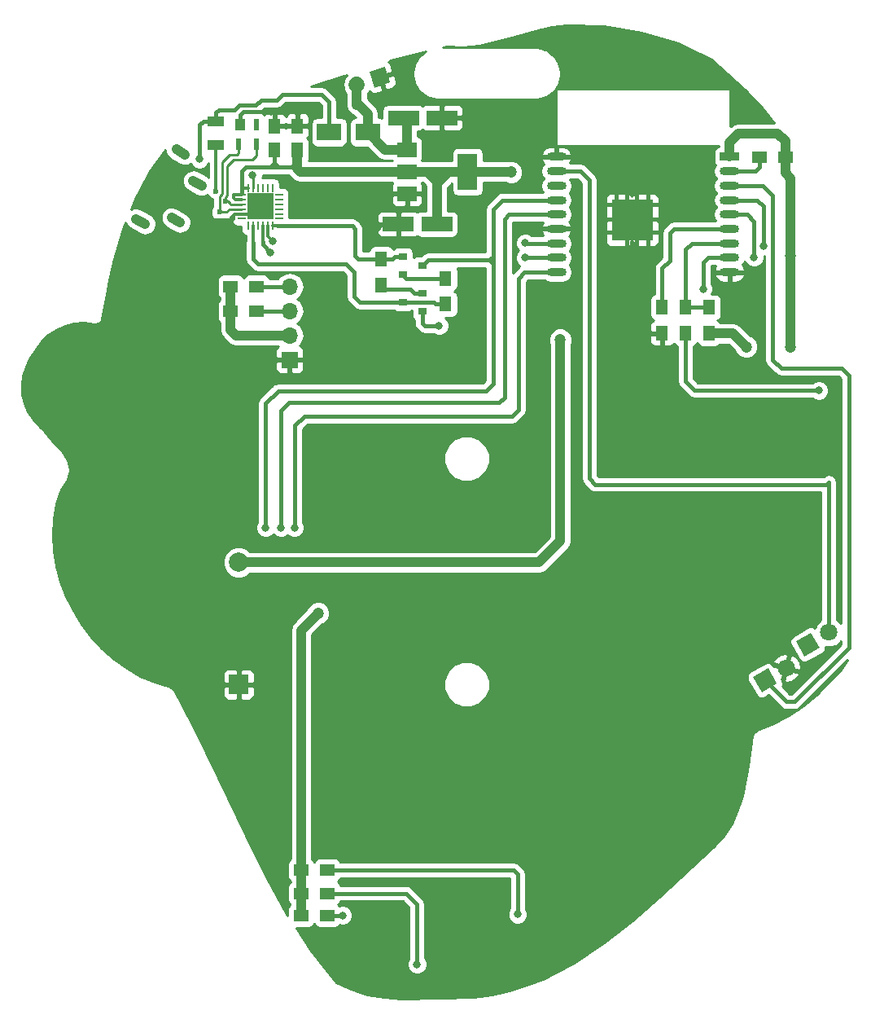
<source format=gbl>
G04 #@! TF.FileFunction,Copper,L2,Bot,Signal*
%FSLAX46Y46*%
G04 Gerber Fmt 4.6, Leading zero omitted, Abs format (unit mm)*
G04 Created by KiCad (PCBNEW 4.0.7) date Monday, 12 '12e' March '12e' 2018, 16:25:27*
%MOMM*%
%LPD*%
G01*
G04 APERTURE LIST*
%ADD10C,0.100000*%
%ADD11O,2.000000X0.900000*%
%ADD12R,2.000000X0.900000*%
%ADD13R,4.300000X4.300000*%
%ADD14C,0.900000*%
%ADD15R,1.300000X1.500000*%
%ADD16R,2.000000X3.800000*%
%ADD17R,2.000000X1.500000*%
%ADD18R,3.200000X1.500000*%
%ADD19R,1.500000X1.300000*%
%ADD20R,1.250000X1.500000*%
%ADD21C,1.800000*%
%ADD22R,2.500000X1.800000*%
%ADD23R,1.800000X1.000000*%
%ADD24C,1.000000*%
%ADD25C,1.050000*%
%ADD26R,1.700000X1.700000*%
%ADD27O,1.700000X1.700000*%
%ADD28C,1.700000*%
%ADD29R,0.900000X0.800000*%
%ADD30R,0.810000X0.270000*%
%ADD31R,0.270000X0.810000*%
%ADD32R,2.700000X2.700000*%
%ADD33R,0.990000X1.300000*%
%ADD34R,0.590000X1.300000*%
%ADD35R,2.000000X2.000000*%
%ADD36C,2.000000*%
%ADD37C,1.200000*%
%ADD38C,0.800000*%
%ADD39C,0.600000*%
%ADD40C,0.400000*%
%ADD41C,0.300000*%
%ADD42C,0.250000*%
%ADD43C,0.254000*%
G04 APERTURE END LIST*
D10*
D11*
X128490000Y-55390000D03*
X146490000Y-55390000D03*
D12*
X146490000Y-43390000D03*
D11*
X146490000Y-44890000D03*
X146490000Y-46390000D03*
X146490000Y-47890000D03*
X146490000Y-49390000D03*
X146490000Y-50890000D03*
X146490000Y-52390000D03*
X146490000Y-53890000D03*
X128490000Y-53890000D03*
X128490000Y-52390000D03*
X128490000Y-50890000D03*
X128490000Y-49390000D03*
X128490000Y-47890000D03*
X128490000Y-46390000D03*
X128490000Y-44890000D03*
X128490000Y-43390000D03*
D13*
X136370000Y-49970000D03*
D14*
X137990000Y-48390000D03*
X136865000Y-48390000D03*
X135765000Y-48390000D03*
X134740000Y-48390000D03*
X137990000Y-49840000D03*
X135765000Y-49840000D03*
X134740000Y-49840000D03*
X136865000Y-49840000D03*
X137990000Y-51190000D03*
X135765000Y-51190000D03*
X134740000Y-51190000D03*
X136865000Y-51190000D03*
D15*
X144340000Y-61740000D03*
X144340000Y-59040000D03*
D16*
X119250000Y-44950000D03*
D17*
X112950000Y-44950000D03*
X112950000Y-42650000D03*
X112950000Y-47250000D03*
D18*
X116040000Y-50390000D03*
X112040000Y-50390000D03*
D19*
X149590000Y-43440000D03*
X152290000Y-43440000D03*
D20*
X99155000Y-42714999D03*
X99155000Y-40214999D03*
X101550000Y-42700000D03*
X101550000Y-40200000D03*
D10*
G36*
X154300577Y-95329423D02*
X153400577Y-93770577D01*
X154959423Y-92870577D01*
X155859423Y-94429423D01*
X154300577Y-95329423D01*
X154300577Y-95329423D01*
G37*
D21*
X156829705Y-92830000D03*
D22*
X108850000Y-40850000D03*
X104850000Y-40850000D03*
D23*
X93050000Y-42200000D03*
X93050000Y-39700000D03*
D24*
X88490816Y-49734817D02*
X89356842Y-50234817D01*
D25*
X84782837Y-49857227D02*
X85692163Y-50382227D01*
X88957837Y-42625914D02*
X89867163Y-43150914D01*
D24*
X90715816Y-45881004D02*
X91581842Y-46381004D01*
D26*
X100750000Y-64500000D03*
D27*
X100750000Y-61960000D03*
X100750000Y-59420000D03*
X100750000Y-56880000D03*
D10*
G36*
X109068938Y-34594266D02*
X110685734Y-34068938D01*
X111211062Y-35685734D01*
X109594266Y-36211062D01*
X109068938Y-34594266D01*
X109068938Y-34594266D01*
G37*
D28*
X107724316Y-35924903D02*
X107724316Y-35924903D01*
D29*
X112517052Y-55673168D03*
X112517052Y-53773168D03*
X114517052Y-54723168D03*
X114517052Y-57573168D03*
X114517052Y-59473168D03*
X112517052Y-58523168D03*
D10*
G36*
X149840577Y-99029423D02*
X148940577Y-97470577D01*
X150499423Y-96570577D01*
X151399423Y-98129423D01*
X149840577Y-99029423D01*
X149840577Y-99029423D01*
G37*
D21*
X152369705Y-96530000D03*
D15*
X141890000Y-59040000D03*
X141890000Y-61740000D03*
X139490000Y-61740000D03*
X139490000Y-59040000D03*
X116967052Y-56023168D03*
X116967052Y-58723168D03*
X110267052Y-56723168D03*
X110267052Y-54023168D03*
D19*
X104640000Y-119940000D03*
X101940000Y-119940000D03*
X104640000Y-117540000D03*
X101940000Y-117540000D03*
X104640000Y-122240000D03*
X101940000Y-122240000D03*
D30*
X95735000Y-49830000D03*
X95735000Y-49330000D03*
X95735000Y-48830000D03*
X95735000Y-48330000D03*
X95735000Y-47830000D03*
X95735000Y-47330000D03*
D31*
X96440000Y-46625000D03*
X96940000Y-46625000D03*
X97440000Y-46625000D03*
X97940000Y-46625000D03*
X98440000Y-46625000D03*
X98940000Y-46625000D03*
D30*
X99645000Y-47330000D03*
X99645000Y-47830000D03*
X99645000Y-48330000D03*
X99645000Y-48830000D03*
X99645000Y-49330000D03*
X99645000Y-49830000D03*
D31*
X98940000Y-50535000D03*
X98440000Y-50535000D03*
X97940000Y-50535000D03*
X97440000Y-50535000D03*
X96940000Y-50535000D03*
X96440000Y-50535000D03*
D32*
X97710000Y-48560000D03*
D33*
X95590000Y-40075000D03*
D34*
X97310000Y-40075000D03*
X97310000Y-42125000D03*
X95390000Y-42125000D03*
D18*
X112580000Y-39340000D03*
X116580000Y-39340000D03*
D35*
X95440000Y-98240000D03*
D36*
X95440000Y-85540000D03*
D19*
X94590000Y-59440000D03*
X97290000Y-59440000D03*
X94590000Y-56890000D03*
X97290000Y-56890000D03*
D37*
X123750000Y-44990000D03*
X152840000Y-53690000D03*
X148240000Y-63140000D03*
X103700000Y-90840000D03*
X152840000Y-63140000D03*
D38*
X147440000Y-74840000D03*
X149040000Y-74740000D03*
X150740000Y-74540000D03*
X150740000Y-72940000D03*
X157740000Y-72240000D03*
X156540000Y-72240000D03*
X156340000Y-70740000D03*
X148740000Y-55740000D03*
X148740000Y-57740000D03*
X146740000Y-57740000D03*
X84290000Y-51680000D03*
X86630000Y-51830000D03*
X88490000Y-51750000D03*
X90720000Y-51040000D03*
X103430000Y-46720000D03*
X101510000Y-46730000D03*
X101510000Y-47930000D03*
X103400000Y-47930000D03*
X77840000Y-61740000D03*
X80090000Y-62040000D03*
X117740000Y-125740000D03*
X116240000Y-123990000D03*
X119240000Y-123990000D03*
X117790000Y-122190000D03*
X89340000Y-81440000D03*
X90840000Y-79840000D03*
X89240000Y-78240000D03*
X92040000Y-83840000D03*
X90240000Y-85340000D03*
X92040000Y-86940000D03*
X111940000Y-125340000D03*
X110740000Y-125340000D03*
X109640000Y-125340000D03*
X112140000Y-118740000D03*
X110940000Y-118740000D03*
X109840000Y-118740000D03*
X91840000Y-49940000D03*
X155440000Y-89540000D03*
X102840000Y-38630000D03*
X98840000Y-38670000D03*
X100360000Y-38660000D03*
X101500000Y-38660000D03*
D37*
X128880000Y-62400000D03*
D38*
X91360000Y-43640000D03*
X96890000Y-45320000D03*
D39*
X93090000Y-46960000D03*
X93440000Y-49140000D03*
X94040000Y-48040000D03*
D38*
X149040000Y-53840000D03*
X149990000Y-52640000D03*
X98240000Y-81940000D03*
X106240000Y-122240000D03*
X143740000Y-57140000D03*
X116290000Y-60960000D03*
X155790000Y-67690000D03*
X99840000Y-81940000D03*
X113990000Y-127340000D03*
X101240000Y-81940000D03*
X124440000Y-122140000D03*
X125240000Y-52340000D03*
X98940000Y-52140000D03*
X125240000Y-53890000D03*
X98740000Y-53340000D03*
D24*
X94590000Y-56890000D02*
X94590000Y-58790000D01*
X94590000Y-58790000D02*
X94590000Y-59440000D01*
X95160000Y-61960000D02*
X94590000Y-61390000D01*
X94590000Y-61390000D02*
X94590000Y-58790000D01*
X100750000Y-61960000D02*
X95160000Y-61960000D01*
X119250000Y-44950000D02*
X123710000Y-44950000D01*
X123710000Y-44950000D02*
X123750000Y-44990000D01*
X152840000Y-53690000D02*
X152840000Y-45640000D01*
X152840000Y-63140000D02*
X152840000Y-53690000D01*
X152840000Y-45640000D02*
X152290000Y-45090000D01*
X144340000Y-61740000D02*
X146840000Y-61740000D01*
X146840000Y-61740000D02*
X148240000Y-63140000D01*
X152290000Y-43440000D02*
X152290000Y-41790000D01*
X152290000Y-41790000D02*
X151490000Y-40990000D01*
X151490000Y-40990000D02*
X147440000Y-40990000D01*
X147440000Y-40990000D02*
X146490000Y-41940000D01*
X146490000Y-41940000D02*
X146490000Y-43390000D01*
X152290000Y-43440000D02*
X152290000Y-45090000D01*
X116040000Y-47485000D02*
X116040000Y-50390000D01*
X101940000Y-117540000D02*
X101940000Y-92600000D01*
X101940000Y-92600000D02*
X103700000Y-90840000D01*
X101940000Y-119940000D02*
X101940000Y-117540000D01*
X101940000Y-122240000D02*
X101940000Y-119940000D01*
X116040000Y-44950000D02*
X117240000Y-44950000D01*
X117240000Y-44950000D02*
X119250000Y-44950000D01*
X116040000Y-46140000D02*
X116050000Y-46140000D01*
X116050000Y-46140000D02*
X117240000Y-44950000D01*
X116040000Y-46140000D02*
X116040000Y-44950000D01*
X116040000Y-47485000D02*
X116040000Y-46140000D01*
X112950000Y-44950000D02*
X115040000Y-44950000D01*
X115040000Y-44950000D02*
X116040000Y-44950000D01*
X116040000Y-46140000D02*
X116040000Y-45950000D01*
X116040000Y-45950000D02*
X115040000Y-44950000D01*
X101850000Y-44950000D02*
X101550000Y-44650000D01*
X101550000Y-44650000D02*
X101550000Y-42700000D01*
X112950000Y-44950000D02*
X101850000Y-44950000D01*
D40*
X99155000Y-44065000D02*
X98760000Y-44460000D01*
X100940000Y-44460000D02*
X99550000Y-44460000D01*
X99550000Y-44460000D02*
X96150000Y-44460000D01*
X99155000Y-42714999D02*
X99155000Y-44065000D01*
X99155000Y-44065000D02*
X99550000Y-44460000D01*
X95735000Y-47180000D02*
X95735000Y-45970000D01*
X95735000Y-45970000D02*
X95735000Y-45425000D01*
X96150000Y-44460000D02*
X95735000Y-44875000D01*
X95735000Y-44875000D02*
X95735000Y-45970000D01*
X101550000Y-42700000D02*
X101550000Y-43850000D01*
X101550000Y-43850000D02*
X100940000Y-44460000D01*
X99155000Y-42714999D02*
X99155000Y-44455000D01*
D41*
X95735000Y-47330000D02*
X95735000Y-47180000D01*
X95735000Y-47180000D02*
X95735000Y-46895000D01*
X94890000Y-47380000D02*
X94890000Y-47655002D01*
X95735000Y-46895000D02*
X96005000Y-46625000D01*
X96005000Y-46625000D02*
X96440000Y-46625000D01*
X94890000Y-47380000D02*
X94940000Y-47330000D01*
X94940000Y-47330000D02*
X95735000Y-47330000D01*
X95735000Y-47830000D02*
X95064998Y-47830000D01*
X95064998Y-47830000D02*
X94890000Y-47655002D01*
D40*
X149040000Y-74740000D02*
X147540000Y-74740000D01*
X147540000Y-74740000D02*
X147440000Y-74840000D01*
X150740000Y-72940000D02*
X150740000Y-74540000D01*
X156340000Y-70740000D02*
X156340000Y-72040000D01*
X156340000Y-72040000D02*
X156540000Y-72240000D01*
X135765000Y-51190000D02*
X135765000Y-52955000D01*
X136865000Y-51190000D02*
X136865000Y-53015000D01*
X137990000Y-51190000D02*
X137990000Y-53160000D01*
X137990000Y-51190000D02*
X139160000Y-51190000D01*
X137990000Y-48390000D02*
X139500000Y-48390000D01*
X137990000Y-49840000D02*
X139550000Y-49840000D01*
X137990000Y-48390000D02*
X137990000Y-47060000D01*
X136865000Y-48390000D02*
X136865000Y-47125000D01*
X135765000Y-48390000D02*
X135765000Y-47105000D01*
X134740000Y-48390000D02*
X133320000Y-48390000D01*
X134740000Y-51190000D02*
X133420000Y-51190000D01*
X134740000Y-49840000D02*
X133350000Y-49840000D01*
X134740000Y-48390000D02*
X134740000Y-46770000D01*
X134740000Y-48390000D02*
X135765000Y-48390000D01*
X148740000Y-57740000D02*
X148740000Y-55740000D01*
X146490000Y-55390000D02*
X146490000Y-57490000D01*
X146490000Y-57490000D02*
X146740000Y-57740000D01*
X86630000Y-51830000D02*
X84440000Y-51830000D01*
X84440000Y-51830000D02*
X84290000Y-51680000D01*
X90720000Y-51040000D02*
X90010000Y-51750000D01*
X90010000Y-51750000D02*
X88490000Y-51750000D01*
X101510000Y-47930000D02*
X101510000Y-46730000D01*
X112950000Y-47250000D02*
X104080000Y-47250000D01*
X104080000Y-47250000D02*
X103400000Y-47930000D01*
X112040000Y-50390000D02*
X110350000Y-50390000D01*
X110350000Y-50390000D02*
X109690000Y-51050000D01*
X117740000Y-123990000D02*
X116240000Y-123990000D01*
X119240000Y-123990000D02*
X117740000Y-123990000D01*
D41*
X95030000Y-49330000D02*
X94620000Y-49740000D01*
D40*
X89340000Y-79840000D02*
X89340000Y-81440000D01*
X90840000Y-79840000D02*
X89340000Y-79840000D01*
X89240000Y-78240000D02*
X89240000Y-79640000D01*
X92140000Y-85340000D02*
X92140000Y-83940000D01*
X92140000Y-83940000D02*
X92040000Y-83840000D01*
X92140000Y-85340000D02*
X90240000Y-85340000D01*
X92140000Y-85340000D02*
X92040000Y-85440000D01*
X92040000Y-85440000D02*
X92040000Y-86940000D01*
X102840000Y-38630000D02*
X102830000Y-38630000D01*
X102830000Y-38630000D02*
X102140000Y-37940000D01*
X109640000Y-125340000D02*
X110740000Y-125340000D01*
X109840000Y-118740000D02*
X110940000Y-118740000D01*
D24*
X112750000Y-47450000D02*
X112950000Y-47250000D01*
D40*
X91840000Y-49940000D02*
X93840000Y-49940000D01*
X93840000Y-49940000D02*
X94240000Y-49940000D01*
X94820000Y-49760000D02*
X94640000Y-49940000D01*
X94640000Y-49940000D02*
X93840000Y-49940000D01*
X94820000Y-49540000D02*
X94820000Y-49760000D01*
D41*
X95735000Y-49330000D02*
X96940000Y-49330000D01*
X96940000Y-49330000D02*
X97710000Y-48560000D01*
X95735000Y-49330000D02*
X95030000Y-49330000D01*
X95030000Y-49330000D02*
X94820000Y-49540000D01*
D40*
X101500000Y-38660000D02*
X102810000Y-38660000D01*
X102810000Y-38660000D02*
X102840000Y-38630000D01*
X100360000Y-38660000D02*
X98850000Y-38660000D01*
X98850000Y-38660000D02*
X98840000Y-38670000D01*
X101550000Y-40200000D02*
X101550000Y-38710000D01*
X101550000Y-38710000D02*
X101500000Y-38660000D01*
X101550000Y-40200000D02*
X99169999Y-40200000D01*
X99169999Y-40200000D02*
X99155000Y-40214999D01*
X98840000Y-38670000D02*
X99155000Y-38985000D01*
X99155000Y-38985000D02*
X99155000Y-40214999D01*
X95945000Y-38670000D02*
X98840000Y-38670000D01*
X95590000Y-40075000D02*
X95590000Y-39025000D01*
X95590000Y-39025000D02*
X95945000Y-38670000D01*
D24*
X128880000Y-68540000D02*
X128880000Y-83340000D01*
X95440000Y-85540000D02*
X126680000Y-85540000D01*
X126680000Y-85540000D02*
X128880000Y-83340000D01*
X128880000Y-68540000D02*
X128880000Y-62400000D01*
X128880000Y-71330000D02*
X128880000Y-68540000D01*
X107724316Y-38024316D02*
X107924316Y-38024316D01*
X107924316Y-38024316D02*
X108850000Y-38950000D01*
X108850000Y-38950000D02*
X108850000Y-40850000D01*
X107724316Y-35924903D02*
X107724316Y-38024316D01*
X112950000Y-42650000D02*
X112950000Y-39710000D01*
X112950000Y-39710000D02*
X112580000Y-39340000D01*
X112890000Y-42590000D02*
X112950000Y-42650000D01*
X112950000Y-42650000D02*
X110650000Y-42650000D01*
X110650000Y-42650000D02*
X108850000Y-40850000D01*
D40*
X156829705Y-92830000D02*
X156829705Y-77229705D01*
X156619410Y-77440000D02*
X132540000Y-77440000D01*
X132540000Y-77440000D02*
X131940000Y-76840000D01*
X156829705Y-77229705D02*
X156619410Y-77440000D01*
X131940000Y-76840000D02*
X131940000Y-45840000D01*
X131940000Y-45840000D02*
X130990000Y-44890000D01*
X130990000Y-44890000D02*
X128490000Y-44890000D01*
X97240000Y-38020000D02*
X95490000Y-38020000D01*
X104050000Y-36900000D02*
X99990000Y-36900000D01*
X97240000Y-38020000D02*
X97770000Y-37490000D01*
X97770000Y-37490000D02*
X99400000Y-37490000D01*
X99400000Y-37490000D02*
X99990000Y-36900000D01*
X93360000Y-38490000D02*
X95020000Y-38490000D01*
X95020000Y-38490000D02*
X95490000Y-38020000D01*
X93050000Y-38800000D02*
X93360000Y-38490000D01*
X91360000Y-40090000D02*
X91360000Y-43640000D01*
D42*
X96940000Y-46625000D02*
X96940000Y-45370000D01*
X96940000Y-45370000D02*
X96890000Y-45320000D01*
D40*
X104850000Y-40850000D02*
X104850000Y-37700000D01*
X104850000Y-37700000D02*
X104050000Y-36900000D01*
X93050000Y-38800000D02*
X93050000Y-39700000D01*
X93050000Y-39700000D02*
X91750000Y-39700000D01*
X91750000Y-39700000D02*
X91360000Y-40090000D01*
D41*
X93090000Y-46960000D02*
X93090000Y-42240000D01*
X93090000Y-42240000D02*
X93050000Y-42200000D01*
D42*
X93690000Y-47290000D02*
X93440000Y-47540000D01*
X93440000Y-47540000D02*
X93440000Y-49140000D01*
X93690000Y-43980000D02*
X93690000Y-47290000D01*
X94140000Y-49140000D02*
X93440000Y-49140000D01*
X94450000Y-48830000D02*
X94140000Y-49140000D01*
X95735000Y-48830000D02*
X94450000Y-48830000D01*
X95390000Y-42125000D02*
X95390000Y-43025000D01*
X95265000Y-43150000D02*
X94520000Y-43150000D01*
X95390000Y-43025000D02*
X95265000Y-43150000D01*
X94520000Y-43150000D02*
X93690000Y-43980000D01*
X94580000Y-48330000D02*
X94580000Y-48299610D01*
X95735000Y-48330000D02*
X94580000Y-48330000D01*
X94580000Y-48299610D02*
X94320390Y-48040000D01*
X94320390Y-48040000D02*
X94040000Y-48040000D01*
X94040000Y-48040000D02*
X94040000Y-47615736D01*
X94040000Y-47615736D02*
X94214990Y-47440746D01*
X94214990Y-47440746D02*
X94214990Y-44375010D01*
X96880000Y-43680000D02*
X97310000Y-43250000D01*
X94214990Y-44375010D02*
X94910000Y-43680000D01*
X97310000Y-43250000D02*
X97310000Y-42125000D01*
X94910000Y-43680000D02*
X96880000Y-43680000D01*
D40*
X97290000Y-59440000D02*
X100730000Y-59440000D01*
X100730000Y-59440000D02*
X100750000Y-59420000D01*
X148340000Y-49390000D02*
X149040000Y-50090000D01*
X149040000Y-50090000D02*
X149040000Y-53840000D01*
X146490000Y-49390000D02*
X148340000Y-49390000D01*
X100750000Y-56880000D02*
X97300000Y-56880000D01*
X97300000Y-56880000D02*
X97290000Y-56890000D01*
X149340000Y-47890000D02*
X149990000Y-48540000D01*
X149990000Y-48540000D02*
X149990000Y-52640000D01*
X146490000Y-47890000D02*
X149340000Y-47890000D01*
X116967052Y-56023168D02*
X112867052Y-56023168D01*
X112867052Y-56023168D02*
X112517052Y-55673168D01*
X107560000Y-50860000D02*
X107235000Y-50535000D01*
X107235000Y-50535000D02*
X101145000Y-50535000D01*
X107560000Y-53680000D02*
X107560000Y-50860000D01*
X107903168Y-54023168D02*
X107560000Y-53680000D01*
X110267052Y-54023168D02*
X107903168Y-54023168D01*
X110267052Y-54023168D02*
X109756832Y-54023168D01*
X99485000Y-50535000D02*
X101145000Y-50535000D01*
D41*
X98940000Y-50535000D02*
X99485000Y-50535000D01*
D40*
X111436832Y-54023168D02*
X111436832Y-54003388D01*
X111436832Y-54003388D02*
X111667052Y-53773168D01*
X111667052Y-53773168D02*
X112517052Y-53773168D01*
X110267052Y-54023168D02*
X111436832Y-54023168D01*
X121890000Y-54240000D02*
X121890000Y-53740000D01*
X121890000Y-53740000D02*
X121890000Y-53540000D01*
X121490000Y-54110000D02*
X121520000Y-54110000D01*
X121520000Y-54110000D02*
X121890000Y-53740000D01*
X115180220Y-54110000D02*
X121490000Y-54110000D01*
X121490000Y-54110000D02*
X121760000Y-54110000D01*
X121890000Y-54640000D02*
X121890000Y-54510000D01*
X121890000Y-54510000D02*
X121490000Y-54110000D01*
X114517052Y-54723168D02*
X114567052Y-54723168D01*
X121760000Y-54110000D02*
X121890000Y-54240000D01*
X114567052Y-54723168D02*
X115180220Y-54110000D01*
X121890000Y-53540000D02*
X121890000Y-53290000D01*
X121890000Y-54640000D02*
X121890000Y-54240000D01*
X121890000Y-65450000D02*
X121890000Y-54640000D01*
X121890000Y-54640000D02*
X121890000Y-54560000D01*
X121890000Y-65890000D02*
X121890000Y-65450000D01*
X121190000Y-67720000D02*
X121890000Y-67020000D01*
X121890000Y-67020000D02*
X121890000Y-65450000D01*
X99560000Y-67720000D02*
X121190000Y-67720000D01*
X98240000Y-69040000D02*
X99560000Y-67720000D01*
X98240000Y-81940000D02*
X98240000Y-70380000D01*
X98240000Y-70380000D02*
X98240000Y-69040000D01*
X122840000Y-47890000D02*
X128490000Y-47890000D01*
X121890000Y-53290000D02*
X121890000Y-48840000D01*
X121890000Y-48840000D02*
X122840000Y-47890000D01*
X104640000Y-122240000D02*
X106240000Y-122240000D01*
X114517052Y-57573168D02*
X113667052Y-57573168D01*
X113667052Y-57573168D02*
X113263884Y-57170000D01*
X113263884Y-57170000D02*
X110713884Y-57170000D01*
X110713884Y-57170000D02*
X110267052Y-56723168D01*
X114517052Y-60707052D02*
X114770000Y-60960000D01*
X114770000Y-60960000D02*
X116290000Y-60960000D01*
X114517052Y-59473168D02*
X114517052Y-60707052D01*
X143790000Y-54340000D02*
X143790000Y-57090000D01*
X143790000Y-57090000D02*
X143740000Y-57140000D01*
X146490000Y-53890000D02*
X144240000Y-53890000D01*
X144240000Y-53890000D02*
X143790000Y-54340000D01*
X143790000Y-54340000D02*
X143790000Y-55590000D01*
X100440000Y-54540000D02*
X102240000Y-54540000D01*
X97440000Y-54540000D02*
X100440000Y-54540000D01*
X107440000Y-56940000D02*
X107440000Y-55350000D01*
X106630000Y-54540000D02*
X107440000Y-55350000D01*
X100440000Y-54540000D02*
X106630000Y-54540000D01*
X96940000Y-54040000D02*
X97440000Y-54540000D01*
X96940000Y-52300000D02*
X96940000Y-54040000D01*
X112517052Y-58523168D02*
X108023168Y-58523168D01*
X108023168Y-58523168D02*
X107440000Y-57940000D01*
X107440000Y-57940000D02*
X107440000Y-56940000D01*
D41*
X96940000Y-50535000D02*
X96940000Y-52300000D01*
D40*
X116967052Y-58723168D02*
X115917052Y-58723168D01*
X115917052Y-58723168D02*
X115717052Y-58523168D01*
X115717052Y-58523168D02*
X113367052Y-58523168D01*
X113367052Y-58523168D02*
X112517052Y-58523168D01*
X150170000Y-97800000D02*
X152410000Y-100040000D01*
X153240000Y-100040000D02*
X158890000Y-94390000D01*
X152410000Y-100040000D02*
X153240000Y-100040000D01*
X158890000Y-94390000D02*
X158890000Y-66140000D01*
X158890000Y-66140000D02*
X158140000Y-65390000D01*
X150989999Y-47440000D02*
X149939999Y-46390000D01*
X158140000Y-65390000D02*
X151890000Y-65390000D01*
X151890000Y-65390000D02*
X150989999Y-64489999D01*
X150989999Y-64489999D02*
X150989999Y-47440000D01*
X149939999Y-46390000D02*
X146490000Y-46390000D01*
X146490000Y-44890000D02*
X149190000Y-44890000D01*
X149190000Y-44890000D02*
X149590000Y-44490000D01*
X149590000Y-44490000D02*
X149590000Y-43440000D01*
X154840000Y-67690000D02*
X155790000Y-67690000D01*
X142840000Y-67690000D02*
X154840000Y-67690000D01*
X141890000Y-66740000D02*
X142840000Y-67690000D01*
X141890000Y-61740000D02*
X141890000Y-66740000D01*
X145440000Y-50890000D02*
X146490000Y-50890000D01*
X140290000Y-51290000D02*
X140690000Y-50890000D01*
X140690000Y-50890000D02*
X145440000Y-50890000D01*
X140290000Y-54190000D02*
X140290000Y-51290000D01*
X139490000Y-54990000D02*
X140290000Y-54190000D01*
X139490000Y-59040000D02*
X139490000Y-54990000D01*
X102490000Y-68940000D02*
X122540000Y-68940000D01*
X123090000Y-49840000D02*
X123090000Y-68390000D01*
X123090000Y-68390000D02*
X122540000Y-68940000D01*
X123540000Y-49390000D02*
X123090000Y-49840000D01*
X128490000Y-49390000D02*
X123540000Y-49390000D01*
X102490000Y-68940000D02*
X103840000Y-68940000D01*
X100640000Y-68940000D02*
X102490000Y-68940000D01*
X99840000Y-69740000D02*
X100640000Y-68940000D01*
X99840000Y-81940000D02*
X99840000Y-69740000D01*
X113990000Y-121090000D02*
X112840000Y-119940000D01*
X112840000Y-119940000D02*
X104640000Y-119940000D01*
X113990000Y-127340000D02*
X113990000Y-121090000D01*
X126540000Y-55390000D02*
X128490000Y-55390000D01*
X124540000Y-56030000D02*
X125180000Y-55390000D01*
X125180000Y-55390000D02*
X126540000Y-55390000D01*
X123890000Y-70340000D02*
X124540000Y-69690000D01*
X124540000Y-69690000D02*
X124540000Y-56030000D01*
X117090000Y-70340000D02*
X117790000Y-70340000D01*
X103190000Y-70340000D02*
X117090000Y-70340000D01*
X117090000Y-70340000D02*
X123890000Y-70340000D01*
X117790000Y-70340000D02*
X118190000Y-70340000D01*
X103190000Y-70340000D02*
X102240000Y-70340000D01*
X104840000Y-70340000D02*
X103190000Y-70340000D01*
X101240000Y-81940000D02*
X101240000Y-71340000D01*
X101240000Y-71340000D02*
X102240000Y-70340000D01*
X124040000Y-117540000D02*
X124440000Y-117940000D01*
X124440000Y-117940000D02*
X124440000Y-122140000D01*
X104640000Y-117540000D02*
X124040000Y-117540000D01*
X128490000Y-52390000D02*
X125290000Y-52390000D01*
X125290000Y-52390000D02*
X125240000Y-52340000D01*
D41*
X98940000Y-52140000D02*
X99040000Y-52240000D01*
X98440000Y-51640000D02*
X98940000Y-52140000D01*
X98440000Y-50535000D02*
X98440000Y-51640000D01*
X98440000Y-50535000D02*
X98440000Y-51380000D01*
X98440000Y-50535000D02*
X98440000Y-50990000D01*
X98440000Y-50990000D02*
X98460000Y-51010000D01*
D40*
X128490000Y-53890000D02*
X125240000Y-53890000D01*
X97940000Y-52240000D02*
X97940000Y-52540000D01*
X97940000Y-52540000D02*
X98740000Y-53340000D01*
D41*
X97940000Y-50535000D02*
X97940000Y-52240000D01*
X97940000Y-50535000D02*
X97940000Y-52067120D01*
D40*
X141890000Y-53040000D02*
X142540000Y-52390000D01*
X142540000Y-52390000D02*
X146490000Y-52390000D01*
X141890000Y-59040000D02*
X141890000Y-53040000D01*
X141890000Y-59040000D02*
X141890000Y-53690000D01*
X144340000Y-59040000D02*
X141890000Y-59040000D01*
X144840000Y-52390000D02*
X146490000Y-52390000D01*
D43*
G36*
X87808774Y-42909640D02*
X88008959Y-43315573D01*
X88349249Y-43613999D01*
X89315753Y-44172009D01*
X89744343Y-44317495D01*
X90195983Y-44287893D01*
X90455045Y-44160137D01*
X90482058Y-44225515D01*
X90772954Y-44516919D01*
X91153223Y-44674820D01*
X91564971Y-44675179D01*
X91945515Y-44517942D01*
X92236919Y-44227046D01*
X92305000Y-44063088D01*
X92305000Y-45526262D01*
X92177083Y-45414081D01*
X91255576Y-44882049D01*
X90836223Y-44739698D01*
X90394317Y-44768662D01*
X89997132Y-44964532D01*
X89705137Y-45297488D01*
X89562786Y-45716841D01*
X89591750Y-46158747D01*
X89787620Y-46555932D01*
X90120576Y-46847927D01*
X91042082Y-47379959D01*
X91461435Y-47522310D01*
X91903342Y-47493346D01*
X92231779Y-47331379D01*
X92296883Y-47488943D01*
X92559673Y-47752192D01*
X92680000Y-47802156D01*
X92680000Y-48577537D01*
X92647808Y-48609673D01*
X92505162Y-48953201D01*
X92504838Y-49325167D01*
X92646883Y-49668943D01*
X92909673Y-49932192D01*
X93253201Y-50074838D01*
X93625167Y-50075162D01*
X93968943Y-49933117D01*
X94002118Y-49900000D01*
X94140000Y-49900000D01*
X94430839Y-49842148D01*
X94677401Y-49677401D01*
X94688339Y-49666463D01*
X94682560Y-49695000D01*
X94682560Y-49965000D01*
X94726838Y-50200317D01*
X94865910Y-50416441D01*
X95078110Y-50561431D01*
X95330000Y-50612440D01*
X95657560Y-50612440D01*
X95657560Y-50940000D01*
X95701838Y-51175317D01*
X95840910Y-51391441D01*
X96053110Y-51536431D01*
X96155000Y-51557064D01*
X96155000Y-52048634D01*
X96105000Y-52300000D01*
X96105000Y-54040000D01*
X96168561Y-54359541D01*
X96302969Y-54560696D01*
X96349566Y-54630434D01*
X96849566Y-55130434D01*
X97120460Y-55311440D01*
X97440000Y-55375000D01*
X106284132Y-55375000D01*
X106605000Y-55695868D01*
X106605000Y-57940000D01*
X106668561Y-58259541D01*
X106778856Y-58424609D01*
X106849566Y-58530434D01*
X107432734Y-59113602D01*
X107703627Y-59294607D01*
X108023168Y-59358168D01*
X111592383Y-59358168D01*
X111602962Y-59374609D01*
X111815162Y-59519599D01*
X112067052Y-59570608D01*
X112967052Y-59570608D01*
X113202369Y-59526330D01*
X113418493Y-59387258D01*
X113419612Y-59385620D01*
X113419612Y-59873168D01*
X113463890Y-60108485D01*
X113602962Y-60324609D01*
X113682052Y-60378649D01*
X113682052Y-60707052D01*
X113745613Y-61026593D01*
X113868587Y-61210636D01*
X113926618Y-61297486D01*
X114179565Y-61550434D01*
X114312566Y-61639302D01*
X114450459Y-61731439D01*
X114770000Y-61795000D01*
X115661108Y-61795000D01*
X115702954Y-61836919D01*
X116083223Y-61994820D01*
X116494971Y-61995179D01*
X116875515Y-61837942D01*
X117166919Y-61547046D01*
X117324820Y-61166777D01*
X117325179Y-60755029D01*
X117167942Y-60374485D01*
X116914508Y-60120608D01*
X117617052Y-60120608D01*
X117852369Y-60076330D01*
X118068493Y-59937258D01*
X118213483Y-59725058D01*
X118264492Y-59473168D01*
X118264492Y-57973168D01*
X118220214Y-57737851D01*
X118081142Y-57521727D01*
X117868942Y-57376737D01*
X117855855Y-57374087D01*
X118068493Y-57237258D01*
X118213483Y-57025058D01*
X118264492Y-56773168D01*
X118264492Y-55273168D01*
X118220214Y-55037851D01*
X118160466Y-54945000D01*
X121055000Y-54945000D01*
X121055000Y-66674131D01*
X120844132Y-66885000D01*
X99560000Y-66885000D01*
X99240459Y-66948561D01*
X99014464Y-67099566D01*
X98969566Y-67129566D01*
X97649566Y-68449566D01*
X97468561Y-68720459D01*
X97405000Y-69040000D01*
X97405000Y-81311108D01*
X97363081Y-81352954D01*
X97205180Y-81733223D01*
X97204821Y-82144971D01*
X97362058Y-82525515D01*
X97652954Y-82816919D01*
X98033223Y-82974820D01*
X98444971Y-82975179D01*
X98825515Y-82817942D01*
X99040119Y-82603712D01*
X99252954Y-82816919D01*
X99633223Y-82974820D01*
X100044971Y-82975179D01*
X100425515Y-82817942D01*
X100539944Y-82703712D01*
X100652954Y-82816919D01*
X101033223Y-82974820D01*
X101444971Y-82975179D01*
X101825515Y-82817942D01*
X102116919Y-82527046D01*
X102274820Y-82146777D01*
X102275179Y-81735029D01*
X102117942Y-81354485D01*
X102075000Y-81311468D01*
X102075000Y-75217325D01*
X116778187Y-75217325D01*
X117140516Y-76094229D01*
X117810842Y-76765726D01*
X118687113Y-77129585D01*
X119635925Y-77130413D01*
X120512829Y-76768084D01*
X121184326Y-76097758D01*
X121548185Y-75221487D01*
X121549013Y-74272675D01*
X121186684Y-73395771D01*
X120516358Y-72724274D01*
X119640087Y-72360415D01*
X118691275Y-72359587D01*
X117814371Y-72721916D01*
X117142874Y-73392242D01*
X116779015Y-74268513D01*
X116778187Y-75217325D01*
X102075000Y-75217325D01*
X102075000Y-71685868D01*
X102585868Y-71175000D01*
X123890000Y-71175000D01*
X124209541Y-71111439D01*
X124480434Y-70930434D01*
X125130434Y-70280434D01*
X125245819Y-70107748D01*
X125311439Y-70009541D01*
X125375000Y-69690000D01*
X125375000Y-56375868D01*
X125525868Y-56225000D01*
X127242210Y-56225000D01*
X127492756Y-56392409D01*
X127907968Y-56475000D01*
X129072032Y-56475000D01*
X129487244Y-56392409D01*
X129839243Y-56157211D01*
X130074441Y-55805212D01*
X130157032Y-55390000D01*
X130074441Y-54974788D01*
X129850743Y-54640000D01*
X130074441Y-54305212D01*
X130157032Y-53890000D01*
X130074441Y-53474788D01*
X129850743Y-53140000D01*
X130074441Y-52805212D01*
X130157032Y-52390000D01*
X130074441Y-51974788D01*
X129839243Y-51622789D01*
X129835184Y-51620077D01*
X129897013Y-51567408D01*
X130084408Y-51184001D01*
X129957502Y-51017000D01*
X128617000Y-51017000D01*
X128617000Y-51037000D01*
X128363000Y-51037000D01*
X128363000Y-51017000D01*
X127022498Y-51017000D01*
X126895592Y-51184001D01*
X127076922Y-51555000D01*
X125918805Y-51555000D01*
X125827046Y-51463081D01*
X125446777Y-51305180D01*
X125035029Y-51304821D01*
X124654485Y-51462058D01*
X124363081Y-51752954D01*
X124205180Y-52133223D01*
X124204821Y-52544971D01*
X124362058Y-52925515D01*
X124551288Y-53115075D01*
X124363081Y-53302954D01*
X124205180Y-53683223D01*
X124204821Y-54094971D01*
X124362058Y-54475515D01*
X124647141Y-54761096D01*
X124589566Y-54799566D01*
X123949566Y-55439566D01*
X123925000Y-55476332D01*
X123925000Y-50225000D01*
X127076922Y-50225000D01*
X126895592Y-50595999D01*
X127022498Y-50763000D01*
X128363000Y-50763000D01*
X128363000Y-50743000D01*
X128617000Y-50743000D01*
X128617000Y-50763000D01*
X129957502Y-50763000D01*
X130084408Y-50595999D01*
X129897013Y-50212592D01*
X129835184Y-50159923D01*
X129839243Y-50157211D01*
X130074441Y-49805212D01*
X130157032Y-49390000D01*
X130074441Y-48974788D01*
X129850743Y-48640000D01*
X130074441Y-48305212D01*
X130157032Y-47890000D01*
X130074441Y-47474788D01*
X129850743Y-47140000D01*
X130074441Y-46805212D01*
X130157032Y-46390000D01*
X130074441Y-45974788D01*
X129907538Y-45725000D01*
X130644132Y-45725000D01*
X131105000Y-46185868D01*
X131105000Y-76840000D01*
X131168561Y-77159541D01*
X131333031Y-77405688D01*
X131349566Y-77430434D01*
X131949566Y-78030434D01*
X132220459Y-78211439D01*
X132540000Y-78275000D01*
X155994705Y-78275000D01*
X155994705Y-91514143D01*
X155961334Y-91527932D01*
X155529154Y-91959357D01*
X155361245Y-92363727D01*
X155135616Y-92247573D01*
X154879351Y-92228108D01*
X154635703Y-92309877D01*
X153076857Y-93209877D01*
X152895206Y-93365882D01*
X152777573Y-93594384D01*
X152758108Y-93850649D01*
X152839877Y-94094297D01*
X153739877Y-95653143D01*
X153895882Y-95834794D01*
X154124384Y-95952427D01*
X154380649Y-95971892D01*
X154624297Y-95890123D01*
X156183143Y-94990123D01*
X156364794Y-94834118D01*
X156482427Y-94605616D01*
X156501406Y-94355752D01*
X156523035Y-94364733D01*
X157133696Y-94365265D01*
X157698076Y-94132068D01*
X158055000Y-93775768D01*
X158055000Y-94044132D01*
X152894132Y-99205000D01*
X152755868Y-99205000D01*
X151966032Y-98415164D01*
X152022427Y-98305616D01*
X152041892Y-98049351D01*
X151997047Y-97915723D01*
X152129882Y-97915723D01*
X152332954Y-98094641D01*
X152934513Y-97989604D01*
X153450086Y-97662355D01*
X153743099Y-97280493D01*
X153689688Y-97015168D01*
X152459508Y-96685543D01*
X152129882Y-97915723D01*
X151997047Y-97915723D01*
X151960123Y-97805703D01*
X151916601Y-97730320D01*
X152124359Y-96954954D01*
X152355564Y-96723749D01*
X152175956Y-96544141D01*
X152124357Y-96595740D01*
X151543864Y-96440197D01*
X152525248Y-96440197D01*
X153755428Y-96769823D01*
X153934346Y-96566751D01*
X153829309Y-95965192D01*
X153502060Y-95449619D01*
X153120198Y-95156606D01*
X152854873Y-95210017D01*
X152525248Y-96440197D01*
X151543864Y-96440197D01*
X151103646Y-96322241D01*
X151060123Y-96246857D01*
X150904118Y-96065206D01*
X150675616Y-95947573D01*
X150419351Y-95928108D01*
X150175703Y-96009877D01*
X148616857Y-96909877D01*
X148435206Y-97065882D01*
X148317573Y-97294384D01*
X148298108Y-97550649D01*
X148379877Y-97794297D01*
X149279877Y-99353143D01*
X149435882Y-99534794D01*
X149664384Y-99652427D01*
X149920649Y-99671892D01*
X150164297Y-99590123D01*
X150554165Y-99365033D01*
X151819566Y-100630434D01*
X152090459Y-100811439D01*
X152410000Y-100875000D01*
X153240000Y-100875000D01*
X153559541Y-100811439D01*
X153830434Y-100630434D01*
X158746775Y-95714093D01*
X158092561Y-96659569D01*
X155563222Y-99328294D01*
X154169323Y-100459513D01*
X152665822Y-101458464D01*
X151063577Y-102303617D01*
X149324661Y-102997454D01*
X149244418Y-103049569D01*
X149158248Y-103091117D01*
X149127616Y-103125427D01*
X149089032Y-103150486D01*
X149034842Y-103229340D01*
X148971130Y-103300702D01*
X148955958Y-103344128D01*
X148929904Y-103382040D01*
X148910017Y-103475620D01*
X148878460Y-103565941D01*
X148439913Y-106683038D01*
X147813479Y-109809304D01*
X147345864Y-111273695D01*
X146723177Y-112659545D01*
X145914515Y-113935845D01*
X144861239Y-115109286D01*
X139302483Y-120246140D01*
X136421512Y-122764389D01*
X133441111Y-125103635D01*
X130331822Y-127162930D01*
X127064067Y-128843906D01*
X123590770Y-130056692D01*
X121792217Y-130450837D01*
X119920867Y-130694011D01*
X116193854Y-130811955D01*
X112382230Y-130866684D01*
X110549972Y-130738554D01*
X108781373Y-130440015D01*
X107103000Y-129924719D01*
X105610856Y-129185963D01*
X102982825Y-125927659D01*
X101394984Y-123537440D01*
X102690000Y-123537440D01*
X102925317Y-123493162D01*
X103141441Y-123354090D01*
X103286431Y-123141890D01*
X103289081Y-123128803D01*
X103425910Y-123341441D01*
X103638110Y-123486431D01*
X103890000Y-123537440D01*
X105390000Y-123537440D01*
X105625317Y-123493162D01*
X105841441Y-123354090D01*
X105926019Y-123230305D01*
X106033223Y-123274820D01*
X106444971Y-123275179D01*
X106825515Y-123117942D01*
X107116919Y-122827046D01*
X107274820Y-122446777D01*
X107275179Y-122035029D01*
X107117942Y-121654485D01*
X106827046Y-121363081D01*
X106446777Y-121205180D01*
X106035029Y-121204821D01*
X105925777Y-121249963D01*
X105854090Y-121138559D01*
X105784289Y-121090866D01*
X105841441Y-121054090D01*
X105986431Y-120841890D01*
X105999977Y-120775000D01*
X112494132Y-120775000D01*
X113155000Y-121435868D01*
X113155000Y-126711108D01*
X113113081Y-126752954D01*
X112955180Y-127133223D01*
X112954821Y-127544971D01*
X113112058Y-127925515D01*
X113402954Y-128216919D01*
X113783223Y-128374820D01*
X114194971Y-128375179D01*
X114575515Y-128217942D01*
X114866919Y-127927046D01*
X115024820Y-127546777D01*
X115025179Y-127135029D01*
X114867942Y-126754485D01*
X114825000Y-126711468D01*
X114825000Y-121090000D01*
X114815341Y-121041441D01*
X114761440Y-120770460D01*
X114580434Y-120499566D01*
X113430434Y-119349566D01*
X113300494Y-119262743D01*
X113159541Y-119168561D01*
X112840000Y-119105000D01*
X106002630Y-119105000D01*
X105993162Y-119054683D01*
X105854090Y-118838559D01*
X105708917Y-118739367D01*
X105841441Y-118654090D01*
X105986431Y-118441890D01*
X105999977Y-118375000D01*
X123605000Y-118375000D01*
X123605000Y-121511108D01*
X123563081Y-121552954D01*
X123405180Y-121933223D01*
X123404821Y-122344971D01*
X123562058Y-122725515D01*
X123852954Y-123016919D01*
X124233223Y-123174820D01*
X124644971Y-123175179D01*
X125025515Y-123017942D01*
X125316919Y-122727046D01*
X125474820Y-122346777D01*
X125475179Y-121935029D01*
X125317942Y-121554485D01*
X125275000Y-121511468D01*
X125275000Y-117940000D01*
X125211439Y-117620459D01*
X125030434Y-117349566D01*
X124630434Y-116949566D01*
X124541287Y-116890000D01*
X124359541Y-116768561D01*
X124040000Y-116705000D01*
X106002630Y-116705000D01*
X105993162Y-116654683D01*
X105854090Y-116438559D01*
X105641890Y-116293569D01*
X105390000Y-116242560D01*
X103890000Y-116242560D01*
X103654683Y-116286838D01*
X103438559Y-116425910D01*
X103293569Y-116638110D01*
X103290919Y-116651197D01*
X103154090Y-116438559D01*
X103075000Y-116384519D01*
X103075000Y-98712325D01*
X116778187Y-98712325D01*
X117140516Y-99589229D01*
X117810842Y-100260726D01*
X118687113Y-100624585D01*
X119635925Y-100625413D01*
X120512829Y-100263084D01*
X121184326Y-99592758D01*
X121548185Y-98716487D01*
X121549013Y-97767675D01*
X121186684Y-96890771D01*
X120516358Y-96219274D01*
X119640087Y-95855415D01*
X118691275Y-95854587D01*
X117814371Y-96216916D01*
X117142874Y-96887242D01*
X116779015Y-97763513D01*
X116778187Y-98712325D01*
X103075000Y-98712325D01*
X103075000Y-95779507D01*
X150996311Y-95779507D01*
X151049722Y-96044832D01*
X152279902Y-96374457D01*
X152609528Y-95144277D01*
X152406456Y-94965359D01*
X151804897Y-95070396D01*
X151289324Y-95397645D01*
X150996311Y-95779507D01*
X103075000Y-95779507D01*
X103075000Y-93070132D01*
X104158174Y-91986958D01*
X104398657Y-91887592D01*
X104746371Y-91540485D01*
X104934785Y-91086734D01*
X104935214Y-90595421D01*
X104747592Y-90141343D01*
X104400485Y-89793629D01*
X103946734Y-89605215D01*
X103455421Y-89604786D01*
X103001343Y-89792408D01*
X102653629Y-90139515D01*
X102552992Y-90381876D01*
X101137434Y-91797434D01*
X100891397Y-92165654D01*
X100805000Y-92600000D01*
X100805000Y-116383156D01*
X100738559Y-116425910D01*
X100593569Y-116638110D01*
X100542560Y-116890000D01*
X100542560Y-118190000D01*
X100586838Y-118425317D01*
X100725910Y-118641441D01*
X100805000Y-118695481D01*
X100805000Y-118783156D01*
X100738559Y-118825910D01*
X100593569Y-119038110D01*
X100542560Y-119290000D01*
X100542560Y-120590000D01*
X100586838Y-120825317D01*
X100725910Y-121041441D01*
X100795711Y-121089134D01*
X100738559Y-121125910D01*
X100593569Y-121338110D01*
X100542560Y-121590000D01*
X100542560Y-122239557D01*
X98459417Y-118567227D01*
X96486619Y-114663162D01*
X92735449Y-106679863D01*
X92732352Y-106675664D01*
X92731024Y-106670616D01*
X90804155Y-102717048D01*
X90795647Y-102705853D01*
X90791551Y-102692401D01*
X88727579Y-98840891D01*
X88637945Y-98731909D01*
X88549581Y-98624285D01*
X88549306Y-98624138D01*
X88549106Y-98623895D01*
X88425304Y-98557892D01*
X88365140Y-98525750D01*
X93805000Y-98525750D01*
X93805000Y-99366310D01*
X93901673Y-99599699D01*
X94080302Y-99778327D01*
X94313691Y-99875000D01*
X95154250Y-99875000D01*
X95313000Y-99716250D01*
X95313000Y-98367000D01*
X95567000Y-98367000D01*
X95567000Y-99716250D01*
X95725750Y-99875000D01*
X96566309Y-99875000D01*
X96799698Y-99778327D01*
X96978327Y-99599699D01*
X97075000Y-99366310D01*
X97075000Y-98525750D01*
X96916250Y-98367000D01*
X95567000Y-98367000D01*
X95313000Y-98367000D01*
X93963750Y-98367000D01*
X93805000Y-98525750D01*
X88365140Y-98525750D01*
X88301766Y-98491894D01*
X86692786Y-98004196D01*
X85196641Y-97354237D01*
X84776859Y-97113690D01*
X93805000Y-97113690D01*
X93805000Y-97954250D01*
X93963750Y-98113000D01*
X95313000Y-98113000D01*
X95313000Y-96763750D01*
X95567000Y-96763750D01*
X95567000Y-98113000D01*
X96916250Y-98113000D01*
X97075000Y-97954250D01*
X97075000Y-97113690D01*
X96978327Y-96880301D01*
X96799698Y-96701673D01*
X96566309Y-96605000D01*
X95725750Y-96605000D01*
X95567000Y-96763750D01*
X95313000Y-96763750D01*
X95154250Y-96605000D01*
X94313691Y-96605000D01*
X94080302Y-96701673D01*
X93901673Y-96880301D01*
X93805000Y-97113690D01*
X84776859Y-97113690D01*
X83780639Y-96542828D01*
X82454075Y-95583574D01*
X81226563Y-94490461D01*
X80107836Y-93277798D01*
X79107661Y-91960294D01*
X78235631Y-90552843D01*
X77501187Y-89070600D01*
X76913479Y-87528722D01*
X76481391Y-85942398D01*
X76468359Y-85863795D01*
X93804716Y-85863795D01*
X94053106Y-86464943D01*
X94512637Y-86925278D01*
X95113352Y-87174716D01*
X95763795Y-87175284D01*
X96364943Y-86926894D01*
X96617278Y-86675000D01*
X126680000Y-86675000D01*
X127114346Y-86588603D01*
X127482566Y-86342566D01*
X129682566Y-84142566D01*
X129886770Y-83836953D01*
X129928603Y-83774346D01*
X130015000Y-83340000D01*
X130015000Y-62887043D01*
X130114785Y-62646734D01*
X130115214Y-62155421D01*
X129927592Y-61701343D01*
X129580485Y-61353629D01*
X129126734Y-61165215D01*
X128635421Y-61164786D01*
X128181343Y-61352408D01*
X127833629Y-61699515D01*
X127645215Y-62153266D01*
X127644786Y-62644579D01*
X127745000Y-62887114D01*
X127745000Y-82869868D01*
X126209868Y-84405000D01*
X96617204Y-84405000D01*
X96367363Y-84154722D01*
X95766648Y-83905284D01*
X95116205Y-83904716D01*
X94515057Y-84153106D01*
X94054722Y-84612637D01*
X93805284Y-85213352D01*
X93804716Y-85863795D01*
X76468359Y-85863795D01*
X76213506Y-84326704D01*
X76118141Y-82696394D01*
X76203443Y-81065759D01*
X76477578Y-79448497D01*
X76922212Y-77948085D01*
X77491936Y-77227924D01*
X77552782Y-77109007D01*
X77615948Y-76991281D01*
X77847460Y-76232410D01*
X77849487Y-76212155D01*
X77858099Y-76193705D01*
X77863413Y-76073023D01*
X77875441Y-75952846D01*
X77869562Y-75933356D01*
X77870458Y-75913015D01*
X77762262Y-75208322D01*
X77719828Y-75091600D01*
X77682826Y-74973062D01*
X77319622Y-74306502D01*
X77265826Y-74242015D01*
X77222964Y-74169793D01*
X76073595Y-72890500D01*
X74920621Y-71571270D01*
X74898586Y-71554302D01*
X74882922Y-71531318D01*
X74064181Y-70727430D01*
X73502637Y-69898858D01*
X73129695Y-69010442D01*
X72931757Y-68074710D01*
X72899534Y-67107589D01*
X73021680Y-66154555D01*
X73516187Y-64785750D01*
X99265000Y-64785750D01*
X99265000Y-65476310D01*
X99361673Y-65709699D01*
X99540302Y-65888327D01*
X99773691Y-65985000D01*
X100464250Y-65985000D01*
X100623000Y-65826250D01*
X100623000Y-64627000D01*
X100877000Y-64627000D01*
X100877000Y-65826250D01*
X101035750Y-65985000D01*
X101726309Y-65985000D01*
X101959698Y-65888327D01*
X102138327Y-65709699D01*
X102235000Y-65476310D01*
X102235000Y-64785750D01*
X102076250Y-64627000D01*
X100877000Y-64627000D01*
X100623000Y-64627000D01*
X99423750Y-64627000D01*
X99265000Y-64785750D01*
X73516187Y-64785750D01*
X73715482Y-64234099D01*
X74914459Y-62561571D01*
X75640632Y-61902028D01*
X76466393Y-61354758D01*
X77359057Y-60955385D01*
X78307226Y-60720925D01*
X79304040Y-60668499D01*
X80415464Y-60828302D01*
X80545385Y-60821339D01*
X80675445Y-60818196D01*
X80685280Y-60813841D01*
X80696023Y-60813265D01*
X80813382Y-60757116D01*
X80932346Y-60704438D01*
X80939767Y-60696649D01*
X80949470Y-60692007D01*
X81036403Y-60595228D01*
X81126158Y-60501028D01*
X81130034Y-60490993D01*
X81137222Y-60482990D01*
X81180505Y-60360301D01*
X81227376Y-60238932D01*
X81753424Y-57214168D01*
X81972143Y-56240000D01*
X93192560Y-56240000D01*
X93192560Y-57540000D01*
X93236838Y-57775317D01*
X93375910Y-57991441D01*
X93455000Y-58045481D01*
X93455000Y-58283156D01*
X93388559Y-58325910D01*
X93243569Y-58538110D01*
X93192560Y-58790000D01*
X93192560Y-60090000D01*
X93236838Y-60325317D01*
X93375910Y-60541441D01*
X93455000Y-60595481D01*
X93455000Y-61390000D01*
X93541397Y-61824346D01*
X93775259Y-62174345D01*
X93787434Y-62192566D01*
X94357434Y-62762566D01*
X94725654Y-63008603D01*
X95160000Y-63095000D01*
X99580554Y-63095000D01*
X99540302Y-63111673D01*
X99361673Y-63290301D01*
X99265000Y-63523690D01*
X99265000Y-64214250D01*
X99423750Y-64373000D01*
X100623000Y-64373000D01*
X100623000Y-64353000D01*
X100877000Y-64353000D01*
X100877000Y-64373000D01*
X102076250Y-64373000D01*
X102235000Y-64214250D01*
X102235000Y-63523690D01*
X102138327Y-63290301D01*
X101959698Y-63111673D01*
X101785223Y-63039403D01*
X101829147Y-63010054D01*
X102151054Y-62528285D01*
X102264093Y-61960000D01*
X102151054Y-61391715D01*
X101829147Y-60909946D01*
X101499974Y-60690000D01*
X101829147Y-60470054D01*
X102151054Y-59988285D01*
X102264093Y-59420000D01*
X102151054Y-58851715D01*
X101829147Y-58369946D01*
X101499974Y-58150000D01*
X101829147Y-57930054D01*
X102151054Y-57448285D01*
X102264093Y-56880000D01*
X102151054Y-56311715D01*
X101829147Y-55829946D01*
X101347378Y-55508039D01*
X100779093Y-55395000D01*
X100720907Y-55395000D01*
X100152622Y-55508039D01*
X99670853Y-55829946D01*
X99527159Y-56045000D01*
X98650748Y-56045000D01*
X98643162Y-56004683D01*
X98504090Y-55788559D01*
X98291890Y-55643569D01*
X98040000Y-55592560D01*
X96540000Y-55592560D01*
X96304683Y-55636838D01*
X96088559Y-55775910D01*
X95943569Y-55988110D01*
X95940919Y-56001197D01*
X95804090Y-55788559D01*
X95591890Y-55643569D01*
X95340000Y-55592560D01*
X93840000Y-55592560D01*
X93604683Y-55636838D01*
X93388559Y-55775910D01*
X93243569Y-55988110D01*
X93192560Y-56240000D01*
X81972143Y-56240000D01*
X82463507Y-54051480D01*
X83408812Y-50857335D01*
X83666059Y-50206419D01*
X83833959Y-50546886D01*
X84174249Y-50845312D01*
X85140753Y-51403322D01*
X85569343Y-51548808D01*
X86020983Y-51519206D01*
X86426916Y-51319021D01*
X86725342Y-50978731D01*
X86870828Y-50550141D01*
X86841226Y-50098501D01*
X86641041Y-49692568D01*
X86502025Y-49570654D01*
X87337786Y-49570654D01*
X87366750Y-50012560D01*
X87562620Y-50409745D01*
X87895576Y-50701740D01*
X88817082Y-51233772D01*
X89236435Y-51376123D01*
X89678342Y-51347159D01*
X90075526Y-51151290D01*
X90367521Y-50818333D01*
X90509872Y-50398980D01*
X90480908Y-49957074D01*
X90285039Y-49559890D01*
X89952083Y-49267894D01*
X89030576Y-48735862D01*
X88611223Y-48593511D01*
X88169317Y-48622475D01*
X87772132Y-48818345D01*
X87480137Y-49151301D01*
X87337786Y-49570654D01*
X86502025Y-49570654D01*
X86300751Y-49394142D01*
X85334247Y-48836132D01*
X84905657Y-48690646D01*
X84454017Y-48720248D01*
X84204841Y-48843128D01*
X84636776Y-47750198D01*
X86192468Y-44847536D01*
X87794882Y-42697686D01*
X87808774Y-42909640D01*
X87808774Y-42909640D01*
G37*
X87808774Y-42909640D02*
X88008959Y-43315573D01*
X88349249Y-43613999D01*
X89315753Y-44172009D01*
X89744343Y-44317495D01*
X90195983Y-44287893D01*
X90455045Y-44160137D01*
X90482058Y-44225515D01*
X90772954Y-44516919D01*
X91153223Y-44674820D01*
X91564971Y-44675179D01*
X91945515Y-44517942D01*
X92236919Y-44227046D01*
X92305000Y-44063088D01*
X92305000Y-45526262D01*
X92177083Y-45414081D01*
X91255576Y-44882049D01*
X90836223Y-44739698D01*
X90394317Y-44768662D01*
X89997132Y-44964532D01*
X89705137Y-45297488D01*
X89562786Y-45716841D01*
X89591750Y-46158747D01*
X89787620Y-46555932D01*
X90120576Y-46847927D01*
X91042082Y-47379959D01*
X91461435Y-47522310D01*
X91903342Y-47493346D01*
X92231779Y-47331379D01*
X92296883Y-47488943D01*
X92559673Y-47752192D01*
X92680000Y-47802156D01*
X92680000Y-48577537D01*
X92647808Y-48609673D01*
X92505162Y-48953201D01*
X92504838Y-49325167D01*
X92646883Y-49668943D01*
X92909673Y-49932192D01*
X93253201Y-50074838D01*
X93625167Y-50075162D01*
X93968943Y-49933117D01*
X94002118Y-49900000D01*
X94140000Y-49900000D01*
X94430839Y-49842148D01*
X94677401Y-49677401D01*
X94688339Y-49666463D01*
X94682560Y-49695000D01*
X94682560Y-49965000D01*
X94726838Y-50200317D01*
X94865910Y-50416441D01*
X95078110Y-50561431D01*
X95330000Y-50612440D01*
X95657560Y-50612440D01*
X95657560Y-50940000D01*
X95701838Y-51175317D01*
X95840910Y-51391441D01*
X96053110Y-51536431D01*
X96155000Y-51557064D01*
X96155000Y-52048634D01*
X96105000Y-52300000D01*
X96105000Y-54040000D01*
X96168561Y-54359541D01*
X96302969Y-54560696D01*
X96349566Y-54630434D01*
X96849566Y-55130434D01*
X97120460Y-55311440D01*
X97440000Y-55375000D01*
X106284132Y-55375000D01*
X106605000Y-55695868D01*
X106605000Y-57940000D01*
X106668561Y-58259541D01*
X106778856Y-58424609D01*
X106849566Y-58530434D01*
X107432734Y-59113602D01*
X107703627Y-59294607D01*
X108023168Y-59358168D01*
X111592383Y-59358168D01*
X111602962Y-59374609D01*
X111815162Y-59519599D01*
X112067052Y-59570608D01*
X112967052Y-59570608D01*
X113202369Y-59526330D01*
X113418493Y-59387258D01*
X113419612Y-59385620D01*
X113419612Y-59873168D01*
X113463890Y-60108485D01*
X113602962Y-60324609D01*
X113682052Y-60378649D01*
X113682052Y-60707052D01*
X113745613Y-61026593D01*
X113868587Y-61210636D01*
X113926618Y-61297486D01*
X114179565Y-61550434D01*
X114312566Y-61639302D01*
X114450459Y-61731439D01*
X114770000Y-61795000D01*
X115661108Y-61795000D01*
X115702954Y-61836919D01*
X116083223Y-61994820D01*
X116494971Y-61995179D01*
X116875515Y-61837942D01*
X117166919Y-61547046D01*
X117324820Y-61166777D01*
X117325179Y-60755029D01*
X117167942Y-60374485D01*
X116914508Y-60120608D01*
X117617052Y-60120608D01*
X117852369Y-60076330D01*
X118068493Y-59937258D01*
X118213483Y-59725058D01*
X118264492Y-59473168D01*
X118264492Y-57973168D01*
X118220214Y-57737851D01*
X118081142Y-57521727D01*
X117868942Y-57376737D01*
X117855855Y-57374087D01*
X118068493Y-57237258D01*
X118213483Y-57025058D01*
X118264492Y-56773168D01*
X118264492Y-55273168D01*
X118220214Y-55037851D01*
X118160466Y-54945000D01*
X121055000Y-54945000D01*
X121055000Y-66674131D01*
X120844132Y-66885000D01*
X99560000Y-66885000D01*
X99240459Y-66948561D01*
X99014464Y-67099566D01*
X98969566Y-67129566D01*
X97649566Y-68449566D01*
X97468561Y-68720459D01*
X97405000Y-69040000D01*
X97405000Y-81311108D01*
X97363081Y-81352954D01*
X97205180Y-81733223D01*
X97204821Y-82144971D01*
X97362058Y-82525515D01*
X97652954Y-82816919D01*
X98033223Y-82974820D01*
X98444971Y-82975179D01*
X98825515Y-82817942D01*
X99040119Y-82603712D01*
X99252954Y-82816919D01*
X99633223Y-82974820D01*
X100044971Y-82975179D01*
X100425515Y-82817942D01*
X100539944Y-82703712D01*
X100652954Y-82816919D01*
X101033223Y-82974820D01*
X101444971Y-82975179D01*
X101825515Y-82817942D01*
X102116919Y-82527046D01*
X102274820Y-82146777D01*
X102275179Y-81735029D01*
X102117942Y-81354485D01*
X102075000Y-81311468D01*
X102075000Y-75217325D01*
X116778187Y-75217325D01*
X117140516Y-76094229D01*
X117810842Y-76765726D01*
X118687113Y-77129585D01*
X119635925Y-77130413D01*
X120512829Y-76768084D01*
X121184326Y-76097758D01*
X121548185Y-75221487D01*
X121549013Y-74272675D01*
X121186684Y-73395771D01*
X120516358Y-72724274D01*
X119640087Y-72360415D01*
X118691275Y-72359587D01*
X117814371Y-72721916D01*
X117142874Y-73392242D01*
X116779015Y-74268513D01*
X116778187Y-75217325D01*
X102075000Y-75217325D01*
X102075000Y-71685868D01*
X102585868Y-71175000D01*
X123890000Y-71175000D01*
X124209541Y-71111439D01*
X124480434Y-70930434D01*
X125130434Y-70280434D01*
X125245819Y-70107748D01*
X125311439Y-70009541D01*
X125375000Y-69690000D01*
X125375000Y-56375868D01*
X125525868Y-56225000D01*
X127242210Y-56225000D01*
X127492756Y-56392409D01*
X127907968Y-56475000D01*
X129072032Y-56475000D01*
X129487244Y-56392409D01*
X129839243Y-56157211D01*
X130074441Y-55805212D01*
X130157032Y-55390000D01*
X130074441Y-54974788D01*
X129850743Y-54640000D01*
X130074441Y-54305212D01*
X130157032Y-53890000D01*
X130074441Y-53474788D01*
X129850743Y-53140000D01*
X130074441Y-52805212D01*
X130157032Y-52390000D01*
X130074441Y-51974788D01*
X129839243Y-51622789D01*
X129835184Y-51620077D01*
X129897013Y-51567408D01*
X130084408Y-51184001D01*
X129957502Y-51017000D01*
X128617000Y-51017000D01*
X128617000Y-51037000D01*
X128363000Y-51037000D01*
X128363000Y-51017000D01*
X127022498Y-51017000D01*
X126895592Y-51184001D01*
X127076922Y-51555000D01*
X125918805Y-51555000D01*
X125827046Y-51463081D01*
X125446777Y-51305180D01*
X125035029Y-51304821D01*
X124654485Y-51462058D01*
X124363081Y-51752954D01*
X124205180Y-52133223D01*
X124204821Y-52544971D01*
X124362058Y-52925515D01*
X124551288Y-53115075D01*
X124363081Y-53302954D01*
X124205180Y-53683223D01*
X124204821Y-54094971D01*
X124362058Y-54475515D01*
X124647141Y-54761096D01*
X124589566Y-54799566D01*
X123949566Y-55439566D01*
X123925000Y-55476332D01*
X123925000Y-50225000D01*
X127076922Y-50225000D01*
X126895592Y-50595999D01*
X127022498Y-50763000D01*
X128363000Y-50763000D01*
X128363000Y-50743000D01*
X128617000Y-50743000D01*
X128617000Y-50763000D01*
X129957502Y-50763000D01*
X130084408Y-50595999D01*
X129897013Y-50212592D01*
X129835184Y-50159923D01*
X129839243Y-50157211D01*
X130074441Y-49805212D01*
X130157032Y-49390000D01*
X130074441Y-48974788D01*
X129850743Y-48640000D01*
X130074441Y-48305212D01*
X130157032Y-47890000D01*
X130074441Y-47474788D01*
X129850743Y-47140000D01*
X130074441Y-46805212D01*
X130157032Y-46390000D01*
X130074441Y-45974788D01*
X129907538Y-45725000D01*
X130644132Y-45725000D01*
X131105000Y-46185868D01*
X131105000Y-76840000D01*
X131168561Y-77159541D01*
X131333031Y-77405688D01*
X131349566Y-77430434D01*
X131949566Y-78030434D01*
X132220459Y-78211439D01*
X132540000Y-78275000D01*
X155994705Y-78275000D01*
X155994705Y-91514143D01*
X155961334Y-91527932D01*
X155529154Y-91959357D01*
X155361245Y-92363727D01*
X155135616Y-92247573D01*
X154879351Y-92228108D01*
X154635703Y-92309877D01*
X153076857Y-93209877D01*
X152895206Y-93365882D01*
X152777573Y-93594384D01*
X152758108Y-93850649D01*
X152839877Y-94094297D01*
X153739877Y-95653143D01*
X153895882Y-95834794D01*
X154124384Y-95952427D01*
X154380649Y-95971892D01*
X154624297Y-95890123D01*
X156183143Y-94990123D01*
X156364794Y-94834118D01*
X156482427Y-94605616D01*
X156501406Y-94355752D01*
X156523035Y-94364733D01*
X157133696Y-94365265D01*
X157698076Y-94132068D01*
X158055000Y-93775768D01*
X158055000Y-94044132D01*
X152894132Y-99205000D01*
X152755868Y-99205000D01*
X151966032Y-98415164D01*
X152022427Y-98305616D01*
X152041892Y-98049351D01*
X151997047Y-97915723D01*
X152129882Y-97915723D01*
X152332954Y-98094641D01*
X152934513Y-97989604D01*
X153450086Y-97662355D01*
X153743099Y-97280493D01*
X153689688Y-97015168D01*
X152459508Y-96685543D01*
X152129882Y-97915723D01*
X151997047Y-97915723D01*
X151960123Y-97805703D01*
X151916601Y-97730320D01*
X152124359Y-96954954D01*
X152355564Y-96723749D01*
X152175956Y-96544141D01*
X152124357Y-96595740D01*
X151543864Y-96440197D01*
X152525248Y-96440197D01*
X153755428Y-96769823D01*
X153934346Y-96566751D01*
X153829309Y-95965192D01*
X153502060Y-95449619D01*
X153120198Y-95156606D01*
X152854873Y-95210017D01*
X152525248Y-96440197D01*
X151543864Y-96440197D01*
X151103646Y-96322241D01*
X151060123Y-96246857D01*
X150904118Y-96065206D01*
X150675616Y-95947573D01*
X150419351Y-95928108D01*
X150175703Y-96009877D01*
X148616857Y-96909877D01*
X148435206Y-97065882D01*
X148317573Y-97294384D01*
X148298108Y-97550649D01*
X148379877Y-97794297D01*
X149279877Y-99353143D01*
X149435882Y-99534794D01*
X149664384Y-99652427D01*
X149920649Y-99671892D01*
X150164297Y-99590123D01*
X150554165Y-99365033D01*
X151819566Y-100630434D01*
X152090459Y-100811439D01*
X152410000Y-100875000D01*
X153240000Y-100875000D01*
X153559541Y-100811439D01*
X153830434Y-100630434D01*
X158746775Y-95714093D01*
X158092561Y-96659569D01*
X155563222Y-99328294D01*
X154169323Y-100459513D01*
X152665822Y-101458464D01*
X151063577Y-102303617D01*
X149324661Y-102997454D01*
X149244418Y-103049569D01*
X149158248Y-103091117D01*
X149127616Y-103125427D01*
X149089032Y-103150486D01*
X149034842Y-103229340D01*
X148971130Y-103300702D01*
X148955958Y-103344128D01*
X148929904Y-103382040D01*
X148910017Y-103475620D01*
X148878460Y-103565941D01*
X148439913Y-106683038D01*
X147813479Y-109809304D01*
X147345864Y-111273695D01*
X146723177Y-112659545D01*
X145914515Y-113935845D01*
X144861239Y-115109286D01*
X139302483Y-120246140D01*
X136421512Y-122764389D01*
X133441111Y-125103635D01*
X130331822Y-127162930D01*
X127064067Y-128843906D01*
X123590770Y-130056692D01*
X121792217Y-130450837D01*
X119920867Y-130694011D01*
X116193854Y-130811955D01*
X112382230Y-130866684D01*
X110549972Y-130738554D01*
X108781373Y-130440015D01*
X107103000Y-129924719D01*
X105610856Y-129185963D01*
X102982825Y-125927659D01*
X101394984Y-123537440D01*
X102690000Y-123537440D01*
X102925317Y-123493162D01*
X103141441Y-123354090D01*
X103286431Y-123141890D01*
X103289081Y-123128803D01*
X103425910Y-123341441D01*
X103638110Y-123486431D01*
X103890000Y-123537440D01*
X105390000Y-123537440D01*
X105625317Y-123493162D01*
X105841441Y-123354090D01*
X105926019Y-123230305D01*
X106033223Y-123274820D01*
X106444971Y-123275179D01*
X106825515Y-123117942D01*
X107116919Y-122827046D01*
X107274820Y-122446777D01*
X107275179Y-122035029D01*
X107117942Y-121654485D01*
X106827046Y-121363081D01*
X106446777Y-121205180D01*
X106035029Y-121204821D01*
X105925777Y-121249963D01*
X105854090Y-121138559D01*
X105784289Y-121090866D01*
X105841441Y-121054090D01*
X105986431Y-120841890D01*
X105999977Y-120775000D01*
X112494132Y-120775000D01*
X113155000Y-121435868D01*
X113155000Y-126711108D01*
X113113081Y-126752954D01*
X112955180Y-127133223D01*
X112954821Y-127544971D01*
X113112058Y-127925515D01*
X113402954Y-128216919D01*
X113783223Y-128374820D01*
X114194971Y-128375179D01*
X114575515Y-128217942D01*
X114866919Y-127927046D01*
X115024820Y-127546777D01*
X115025179Y-127135029D01*
X114867942Y-126754485D01*
X114825000Y-126711468D01*
X114825000Y-121090000D01*
X114815341Y-121041441D01*
X114761440Y-120770460D01*
X114580434Y-120499566D01*
X113430434Y-119349566D01*
X113300494Y-119262743D01*
X113159541Y-119168561D01*
X112840000Y-119105000D01*
X106002630Y-119105000D01*
X105993162Y-119054683D01*
X105854090Y-118838559D01*
X105708917Y-118739367D01*
X105841441Y-118654090D01*
X105986431Y-118441890D01*
X105999977Y-118375000D01*
X123605000Y-118375000D01*
X123605000Y-121511108D01*
X123563081Y-121552954D01*
X123405180Y-121933223D01*
X123404821Y-122344971D01*
X123562058Y-122725515D01*
X123852954Y-123016919D01*
X124233223Y-123174820D01*
X124644971Y-123175179D01*
X125025515Y-123017942D01*
X125316919Y-122727046D01*
X125474820Y-122346777D01*
X125475179Y-121935029D01*
X125317942Y-121554485D01*
X125275000Y-121511468D01*
X125275000Y-117940000D01*
X125211439Y-117620459D01*
X125030434Y-117349566D01*
X124630434Y-116949566D01*
X124541287Y-116890000D01*
X124359541Y-116768561D01*
X124040000Y-116705000D01*
X106002630Y-116705000D01*
X105993162Y-116654683D01*
X105854090Y-116438559D01*
X105641890Y-116293569D01*
X105390000Y-116242560D01*
X103890000Y-116242560D01*
X103654683Y-116286838D01*
X103438559Y-116425910D01*
X103293569Y-116638110D01*
X103290919Y-116651197D01*
X103154090Y-116438559D01*
X103075000Y-116384519D01*
X103075000Y-98712325D01*
X116778187Y-98712325D01*
X117140516Y-99589229D01*
X117810842Y-100260726D01*
X118687113Y-100624585D01*
X119635925Y-100625413D01*
X120512829Y-100263084D01*
X121184326Y-99592758D01*
X121548185Y-98716487D01*
X121549013Y-97767675D01*
X121186684Y-96890771D01*
X120516358Y-96219274D01*
X119640087Y-95855415D01*
X118691275Y-95854587D01*
X117814371Y-96216916D01*
X117142874Y-96887242D01*
X116779015Y-97763513D01*
X116778187Y-98712325D01*
X103075000Y-98712325D01*
X103075000Y-95779507D01*
X150996311Y-95779507D01*
X151049722Y-96044832D01*
X152279902Y-96374457D01*
X152609528Y-95144277D01*
X152406456Y-94965359D01*
X151804897Y-95070396D01*
X151289324Y-95397645D01*
X150996311Y-95779507D01*
X103075000Y-95779507D01*
X103075000Y-93070132D01*
X104158174Y-91986958D01*
X104398657Y-91887592D01*
X104746371Y-91540485D01*
X104934785Y-91086734D01*
X104935214Y-90595421D01*
X104747592Y-90141343D01*
X104400485Y-89793629D01*
X103946734Y-89605215D01*
X103455421Y-89604786D01*
X103001343Y-89792408D01*
X102653629Y-90139515D01*
X102552992Y-90381876D01*
X101137434Y-91797434D01*
X100891397Y-92165654D01*
X100805000Y-92600000D01*
X100805000Y-116383156D01*
X100738559Y-116425910D01*
X100593569Y-116638110D01*
X100542560Y-116890000D01*
X100542560Y-118190000D01*
X100586838Y-118425317D01*
X100725910Y-118641441D01*
X100805000Y-118695481D01*
X100805000Y-118783156D01*
X100738559Y-118825910D01*
X100593569Y-119038110D01*
X100542560Y-119290000D01*
X100542560Y-120590000D01*
X100586838Y-120825317D01*
X100725910Y-121041441D01*
X100795711Y-121089134D01*
X100738559Y-121125910D01*
X100593569Y-121338110D01*
X100542560Y-121590000D01*
X100542560Y-122239557D01*
X98459417Y-118567227D01*
X96486619Y-114663162D01*
X92735449Y-106679863D01*
X92732352Y-106675664D01*
X92731024Y-106670616D01*
X90804155Y-102717048D01*
X90795647Y-102705853D01*
X90791551Y-102692401D01*
X88727579Y-98840891D01*
X88637945Y-98731909D01*
X88549581Y-98624285D01*
X88549306Y-98624138D01*
X88549106Y-98623895D01*
X88425304Y-98557892D01*
X88365140Y-98525750D01*
X93805000Y-98525750D01*
X93805000Y-99366310D01*
X93901673Y-99599699D01*
X94080302Y-99778327D01*
X94313691Y-99875000D01*
X95154250Y-99875000D01*
X95313000Y-99716250D01*
X95313000Y-98367000D01*
X95567000Y-98367000D01*
X95567000Y-99716250D01*
X95725750Y-99875000D01*
X96566309Y-99875000D01*
X96799698Y-99778327D01*
X96978327Y-99599699D01*
X97075000Y-99366310D01*
X97075000Y-98525750D01*
X96916250Y-98367000D01*
X95567000Y-98367000D01*
X95313000Y-98367000D01*
X93963750Y-98367000D01*
X93805000Y-98525750D01*
X88365140Y-98525750D01*
X88301766Y-98491894D01*
X86692786Y-98004196D01*
X85196641Y-97354237D01*
X84776859Y-97113690D01*
X93805000Y-97113690D01*
X93805000Y-97954250D01*
X93963750Y-98113000D01*
X95313000Y-98113000D01*
X95313000Y-96763750D01*
X95567000Y-96763750D01*
X95567000Y-98113000D01*
X96916250Y-98113000D01*
X97075000Y-97954250D01*
X97075000Y-97113690D01*
X96978327Y-96880301D01*
X96799698Y-96701673D01*
X96566309Y-96605000D01*
X95725750Y-96605000D01*
X95567000Y-96763750D01*
X95313000Y-96763750D01*
X95154250Y-96605000D01*
X94313691Y-96605000D01*
X94080302Y-96701673D01*
X93901673Y-96880301D01*
X93805000Y-97113690D01*
X84776859Y-97113690D01*
X83780639Y-96542828D01*
X82454075Y-95583574D01*
X81226563Y-94490461D01*
X80107836Y-93277798D01*
X79107661Y-91960294D01*
X78235631Y-90552843D01*
X77501187Y-89070600D01*
X76913479Y-87528722D01*
X76481391Y-85942398D01*
X76468359Y-85863795D01*
X93804716Y-85863795D01*
X94053106Y-86464943D01*
X94512637Y-86925278D01*
X95113352Y-87174716D01*
X95763795Y-87175284D01*
X96364943Y-86926894D01*
X96617278Y-86675000D01*
X126680000Y-86675000D01*
X127114346Y-86588603D01*
X127482566Y-86342566D01*
X129682566Y-84142566D01*
X129886770Y-83836953D01*
X129928603Y-83774346D01*
X130015000Y-83340000D01*
X130015000Y-62887043D01*
X130114785Y-62646734D01*
X130115214Y-62155421D01*
X129927592Y-61701343D01*
X129580485Y-61353629D01*
X129126734Y-61165215D01*
X128635421Y-61164786D01*
X128181343Y-61352408D01*
X127833629Y-61699515D01*
X127645215Y-62153266D01*
X127644786Y-62644579D01*
X127745000Y-62887114D01*
X127745000Y-82869868D01*
X126209868Y-84405000D01*
X96617204Y-84405000D01*
X96367363Y-84154722D01*
X95766648Y-83905284D01*
X95116205Y-83904716D01*
X94515057Y-84153106D01*
X94054722Y-84612637D01*
X93805284Y-85213352D01*
X93804716Y-85863795D01*
X76468359Y-85863795D01*
X76213506Y-84326704D01*
X76118141Y-82696394D01*
X76203443Y-81065759D01*
X76477578Y-79448497D01*
X76922212Y-77948085D01*
X77491936Y-77227924D01*
X77552782Y-77109007D01*
X77615948Y-76991281D01*
X77847460Y-76232410D01*
X77849487Y-76212155D01*
X77858099Y-76193705D01*
X77863413Y-76073023D01*
X77875441Y-75952846D01*
X77869562Y-75933356D01*
X77870458Y-75913015D01*
X77762262Y-75208322D01*
X77719828Y-75091600D01*
X77682826Y-74973062D01*
X77319622Y-74306502D01*
X77265826Y-74242015D01*
X77222964Y-74169793D01*
X76073595Y-72890500D01*
X74920621Y-71571270D01*
X74898586Y-71554302D01*
X74882922Y-71531318D01*
X74064181Y-70727430D01*
X73502637Y-69898858D01*
X73129695Y-69010442D01*
X72931757Y-68074710D01*
X72899534Y-67107589D01*
X73021680Y-66154555D01*
X73516187Y-64785750D01*
X99265000Y-64785750D01*
X99265000Y-65476310D01*
X99361673Y-65709699D01*
X99540302Y-65888327D01*
X99773691Y-65985000D01*
X100464250Y-65985000D01*
X100623000Y-65826250D01*
X100623000Y-64627000D01*
X100877000Y-64627000D01*
X100877000Y-65826250D01*
X101035750Y-65985000D01*
X101726309Y-65985000D01*
X101959698Y-65888327D01*
X102138327Y-65709699D01*
X102235000Y-65476310D01*
X102235000Y-64785750D01*
X102076250Y-64627000D01*
X100877000Y-64627000D01*
X100623000Y-64627000D01*
X99423750Y-64627000D01*
X99265000Y-64785750D01*
X73516187Y-64785750D01*
X73715482Y-64234099D01*
X74914459Y-62561571D01*
X75640632Y-61902028D01*
X76466393Y-61354758D01*
X77359057Y-60955385D01*
X78307226Y-60720925D01*
X79304040Y-60668499D01*
X80415464Y-60828302D01*
X80545385Y-60821339D01*
X80675445Y-60818196D01*
X80685280Y-60813841D01*
X80696023Y-60813265D01*
X80813382Y-60757116D01*
X80932346Y-60704438D01*
X80939767Y-60696649D01*
X80949470Y-60692007D01*
X81036403Y-60595228D01*
X81126158Y-60501028D01*
X81130034Y-60490993D01*
X81137222Y-60482990D01*
X81180505Y-60360301D01*
X81227376Y-60238932D01*
X81753424Y-57214168D01*
X81972143Y-56240000D01*
X93192560Y-56240000D01*
X93192560Y-57540000D01*
X93236838Y-57775317D01*
X93375910Y-57991441D01*
X93455000Y-58045481D01*
X93455000Y-58283156D01*
X93388559Y-58325910D01*
X93243569Y-58538110D01*
X93192560Y-58790000D01*
X93192560Y-60090000D01*
X93236838Y-60325317D01*
X93375910Y-60541441D01*
X93455000Y-60595481D01*
X93455000Y-61390000D01*
X93541397Y-61824346D01*
X93775259Y-62174345D01*
X93787434Y-62192566D01*
X94357434Y-62762566D01*
X94725654Y-63008603D01*
X95160000Y-63095000D01*
X99580554Y-63095000D01*
X99540302Y-63111673D01*
X99361673Y-63290301D01*
X99265000Y-63523690D01*
X99265000Y-64214250D01*
X99423750Y-64373000D01*
X100623000Y-64373000D01*
X100623000Y-64353000D01*
X100877000Y-64353000D01*
X100877000Y-64373000D01*
X102076250Y-64373000D01*
X102235000Y-64214250D01*
X102235000Y-63523690D01*
X102138327Y-63290301D01*
X101959698Y-63111673D01*
X101785223Y-63039403D01*
X101829147Y-63010054D01*
X102151054Y-62528285D01*
X102264093Y-61960000D01*
X102151054Y-61391715D01*
X101829147Y-60909946D01*
X101499974Y-60690000D01*
X101829147Y-60470054D01*
X102151054Y-59988285D01*
X102264093Y-59420000D01*
X102151054Y-58851715D01*
X101829147Y-58369946D01*
X101499974Y-58150000D01*
X101829147Y-57930054D01*
X102151054Y-57448285D01*
X102264093Y-56880000D01*
X102151054Y-56311715D01*
X101829147Y-55829946D01*
X101347378Y-55508039D01*
X100779093Y-55395000D01*
X100720907Y-55395000D01*
X100152622Y-55508039D01*
X99670853Y-55829946D01*
X99527159Y-56045000D01*
X98650748Y-56045000D01*
X98643162Y-56004683D01*
X98504090Y-55788559D01*
X98291890Y-55643569D01*
X98040000Y-55592560D01*
X96540000Y-55592560D01*
X96304683Y-55636838D01*
X96088559Y-55775910D01*
X95943569Y-55988110D01*
X95940919Y-56001197D01*
X95804090Y-55788559D01*
X95591890Y-55643569D01*
X95340000Y-55592560D01*
X93840000Y-55592560D01*
X93604683Y-55636838D01*
X93388559Y-55775910D01*
X93243569Y-55988110D01*
X93192560Y-56240000D01*
X81972143Y-56240000D01*
X82463507Y-54051480D01*
X83408812Y-50857335D01*
X83666059Y-50206419D01*
X83833959Y-50546886D01*
X84174249Y-50845312D01*
X85140753Y-51403322D01*
X85569343Y-51548808D01*
X86020983Y-51519206D01*
X86426916Y-51319021D01*
X86725342Y-50978731D01*
X86870828Y-50550141D01*
X86841226Y-50098501D01*
X86641041Y-49692568D01*
X86502025Y-49570654D01*
X87337786Y-49570654D01*
X87366750Y-50012560D01*
X87562620Y-50409745D01*
X87895576Y-50701740D01*
X88817082Y-51233772D01*
X89236435Y-51376123D01*
X89678342Y-51347159D01*
X90075526Y-51151290D01*
X90367521Y-50818333D01*
X90509872Y-50398980D01*
X90480908Y-49957074D01*
X90285039Y-49559890D01*
X89952083Y-49267894D01*
X89030576Y-48735862D01*
X88611223Y-48593511D01*
X88169317Y-48622475D01*
X87772132Y-48818345D01*
X87480137Y-49151301D01*
X87337786Y-49570654D01*
X86502025Y-49570654D01*
X86300751Y-49394142D01*
X85334247Y-48836132D01*
X84905657Y-48690646D01*
X84454017Y-48720248D01*
X84204841Y-48843128D01*
X84636776Y-47750198D01*
X86192468Y-44847536D01*
X87794882Y-42697686D01*
X87808774Y-42909640D01*
G36*
X133475410Y-29845445D02*
X137364199Y-30468563D01*
X141119455Y-31629013D01*
X144599498Y-33303928D01*
X148168189Y-36485787D01*
X149846368Y-38273395D01*
X151100909Y-39855000D01*
X147440000Y-39855000D01*
X147005654Y-39941397D01*
X146746993Y-40114229D01*
X146637434Y-40187434D01*
X146567000Y-40257868D01*
X146567000Y-36440000D01*
X146558315Y-36393841D01*
X146531035Y-36351447D01*
X146489410Y-36323006D01*
X146440000Y-36313000D01*
X128540000Y-36313000D01*
X128493841Y-36321685D01*
X128451447Y-36348965D01*
X128423006Y-36390590D01*
X128413000Y-36440000D01*
X128413000Y-42140000D01*
X128421685Y-42186159D01*
X128448965Y-42228553D01*
X128490590Y-42256994D01*
X128540000Y-42267000D01*
X145355000Y-42267000D01*
X145355000Y-42317962D01*
X145254683Y-42336838D01*
X145038559Y-42475910D01*
X144893569Y-42688110D01*
X144842560Y-42940000D01*
X144842560Y-43840000D01*
X144886838Y-44075317D01*
X145025910Y-44291441D01*
X145027391Y-44292453D01*
X144905559Y-44474788D01*
X144822968Y-44890000D01*
X144905559Y-45305212D01*
X145129257Y-45640000D01*
X144905559Y-45974788D01*
X144822968Y-46390000D01*
X144905559Y-46805212D01*
X145129257Y-47140000D01*
X144905559Y-47474788D01*
X144822968Y-47890000D01*
X144905559Y-48305212D01*
X145129257Y-48640000D01*
X144905559Y-48974788D01*
X144822968Y-49390000D01*
X144905559Y-49805212D01*
X145072462Y-50055000D01*
X140690000Y-50055000D01*
X140370459Y-50118561D01*
X140099566Y-50299566D01*
X139699566Y-50699566D01*
X139518561Y-50970459D01*
X139455000Y-51290000D01*
X139455000Y-53844132D01*
X138899566Y-54399566D01*
X138718561Y-54670459D01*
X138655000Y-54990000D01*
X138655000Y-57677370D01*
X138604683Y-57686838D01*
X138388559Y-57825910D01*
X138243569Y-58038110D01*
X138192560Y-58290000D01*
X138192560Y-59790000D01*
X138236838Y-60025317D01*
X138375910Y-60241441D01*
X138588110Y-60386431D01*
X138621490Y-60393191D01*
X138480301Y-60451673D01*
X138301673Y-60630302D01*
X138205000Y-60863691D01*
X138205000Y-61454250D01*
X138363750Y-61613000D01*
X139363000Y-61613000D01*
X139363000Y-61593000D01*
X139617000Y-61593000D01*
X139617000Y-61613000D01*
X139637000Y-61613000D01*
X139637000Y-61867000D01*
X139617000Y-61867000D01*
X139617000Y-62966250D01*
X139775750Y-63125000D01*
X140266310Y-63125000D01*
X140499699Y-63028327D01*
X140678327Y-62849698D01*
X140693423Y-62813253D01*
X140775910Y-62941441D01*
X140988110Y-63086431D01*
X141055000Y-63099977D01*
X141055000Y-66740000D01*
X141118561Y-67059541D01*
X141299566Y-67330434D01*
X142249566Y-68280434D01*
X142520459Y-68461439D01*
X142840000Y-68525000D01*
X155161108Y-68525000D01*
X155202954Y-68566919D01*
X155583223Y-68724820D01*
X155994971Y-68725179D01*
X156375515Y-68567942D01*
X156666919Y-68277046D01*
X156824820Y-67896777D01*
X156825179Y-67485029D01*
X156667942Y-67104485D01*
X156377046Y-66813081D01*
X155996777Y-66655180D01*
X155585029Y-66654821D01*
X155204485Y-66812058D01*
X155161468Y-66855000D01*
X143185868Y-66855000D01*
X142725000Y-66394132D01*
X142725000Y-63102630D01*
X142775317Y-63093162D01*
X142991441Y-62954090D01*
X143116383Y-62771231D01*
X143225910Y-62941441D01*
X143438110Y-63086431D01*
X143690000Y-63137440D01*
X144990000Y-63137440D01*
X145225317Y-63093162D01*
X145441441Y-62954090D01*
X145495481Y-62875000D01*
X146369868Y-62875000D01*
X147093042Y-63598174D01*
X147192408Y-63838657D01*
X147539515Y-64186371D01*
X147993266Y-64374785D01*
X148484579Y-64375214D01*
X148938657Y-64187592D01*
X149286371Y-63840485D01*
X149474785Y-63386734D01*
X149475214Y-62895421D01*
X149287592Y-62441343D01*
X148940485Y-62093629D01*
X148698124Y-61992992D01*
X147642566Y-60937434D01*
X147508681Y-60847975D01*
X147274346Y-60691397D01*
X146840000Y-60605000D01*
X145496844Y-60605000D01*
X145454090Y-60538559D01*
X145241890Y-60393569D01*
X145228803Y-60390919D01*
X145441441Y-60254090D01*
X145586431Y-60041890D01*
X145637440Y-59790000D01*
X145637440Y-58290000D01*
X145593162Y-58054683D01*
X145454090Y-57838559D01*
X145241890Y-57693569D01*
X144990000Y-57642560D01*
X144652001Y-57642560D01*
X144774820Y-57346777D01*
X144775179Y-56935029D01*
X144625000Y-56571567D01*
X144625000Y-55684001D01*
X144895592Y-55684001D01*
X145082987Y-56067408D01*
X145407456Y-56343808D01*
X145813000Y-56475000D01*
X146363000Y-56475000D01*
X146363000Y-55517000D01*
X146617000Y-55517000D01*
X146617000Y-56475000D01*
X147167000Y-56475000D01*
X147572544Y-56343808D01*
X147897013Y-56067408D01*
X148084408Y-55684001D01*
X147957502Y-55517000D01*
X146617000Y-55517000D01*
X146363000Y-55517000D01*
X145022498Y-55517000D01*
X144895592Y-55684001D01*
X144625000Y-55684001D01*
X144625000Y-54725000D01*
X145076922Y-54725000D01*
X144895592Y-55095999D01*
X145022498Y-55263000D01*
X146363000Y-55263000D01*
X146363000Y-55243000D01*
X146617000Y-55243000D01*
X146617000Y-55263000D01*
X147957502Y-55263000D01*
X148084408Y-55095999D01*
X147897013Y-54712592D01*
X147835184Y-54659923D01*
X147839243Y-54657211D01*
X148074441Y-54305212D01*
X148086760Y-54243280D01*
X148162058Y-54425515D01*
X148452954Y-54716919D01*
X148833223Y-54874820D01*
X149244971Y-54875179D01*
X149625515Y-54717942D01*
X149916919Y-54427046D01*
X150074820Y-54046777D01*
X150075144Y-53675075D01*
X150154999Y-53675144D01*
X150154999Y-64489999D01*
X150218560Y-64809540D01*
X150320618Y-64962280D01*
X150399565Y-65080433D01*
X151299566Y-65980434D01*
X151570460Y-66161440D01*
X151890000Y-66225000D01*
X157794132Y-66225000D01*
X158055000Y-66485868D01*
X158055000Y-91884722D01*
X157700348Y-91529449D01*
X157664705Y-91514649D01*
X157664705Y-77229705D01*
X157601144Y-76910164D01*
X157420139Y-76639271D01*
X157149246Y-76458266D01*
X156829705Y-76394705D01*
X156510164Y-76458266D01*
X156293794Y-76602840D01*
X156290561Y-76605000D01*
X132885868Y-76605000D01*
X132775000Y-76494132D01*
X132775000Y-62025750D01*
X138205000Y-62025750D01*
X138205000Y-62616309D01*
X138301673Y-62849698D01*
X138480301Y-63028327D01*
X138713690Y-63125000D01*
X139204250Y-63125000D01*
X139363000Y-62966250D01*
X139363000Y-61867000D01*
X138363750Y-61867000D01*
X138205000Y-62025750D01*
X132775000Y-62025750D01*
X132775000Y-47693690D01*
X133585000Y-47693690D01*
X133585000Y-49684250D01*
X133644574Y-49743824D01*
X133674454Y-50137349D01*
X133682932Y-50157818D01*
X133585000Y-50255750D01*
X133585000Y-52246310D01*
X133681673Y-52479699D01*
X133860302Y-52658327D01*
X134093691Y-52755000D01*
X136084250Y-52755000D01*
X136243000Y-52596250D01*
X136243000Y-52180718D01*
X136308197Y-52153712D01*
X136315000Y-52107550D01*
X136321803Y-52153712D01*
X136497000Y-52211171D01*
X136497000Y-52596250D01*
X136655750Y-52755000D01*
X138646309Y-52755000D01*
X138879698Y-52658327D01*
X139058327Y-52479699D01*
X139155000Y-52246310D01*
X139155000Y-50255750D01*
X139034899Y-50135649D01*
X139088226Y-49973052D01*
X139072557Y-49766693D01*
X139155000Y-49684250D01*
X139155000Y-47693690D01*
X139058327Y-47460301D01*
X138879698Y-47281673D01*
X138646309Y-47185000D01*
X136655750Y-47185000D01*
X136497000Y-47343750D01*
X136497000Y-47353719D01*
X136321803Y-47426288D01*
X136315000Y-47472450D01*
X136308197Y-47426288D01*
X136243000Y-47404906D01*
X136243000Y-47343750D01*
X136084250Y-47185000D01*
X134093691Y-47185000D01*
X133860302Y-47281673D01*
X133681673Y-47460301D01*
X133585000Y-47693690D01*
X132775000Y-47693690D01*
X132775000Y-45840000D01*
X132711439Y-45520459D01*
X132530434Y-45249566D01*
X131580434Y-44299566D01*
X131558904Y-44285180D01*
X131309541Y-44118561D01*
X130990000Y-44055000D01*
X129903078Y-44055000D01*
X130084408Y-43684001D01*
X129957502Y-43517000D01*
X128617000Y-43517000D01*
X128617000Y-43537000D01*
X128363000Y-43537000D01*
X128363000Y-43517000D01*
X127022498Y-43517000D01*
X126895592Y-43684001D01*
X127082987Y-44067408D01*
X127144816Y-44120077D01*
X127140757Y-44122789D01*
X126905559Y-44474788D01*
X126822968Y-44890000D01*
X126905559Y-45305212D01*
X127129257Y-45640000D01*
X126905559Y-45974788D01*
X126822968Y-46390000D01*
X126905559Y-46805212D01*
X127072462Y-47055000D01*
X122840000Y-47055000D01*
X122520459Y-47118561D01*
X122308173Y-47260406D01*
X122249566Y-47299566D01*
X121299566Y-48249566D01*
X121118561Y-48520459D01*
X121055000Y-48840000D01*
X121055000Y-53275000D01*
X115180220Y-53275000D01*
X114860680Y-53338560D01*
X114589786Y-53519565D01*
X114433623Y-53675728D01*
X114067052Y-53675728D01*
X113831735Y-53720006D01*
X113615611Y-53859078D01*
X113614492Y-53860716D01*
X113614492Y-53373168D01*
X113570214Y-53137851D01*
X113431142Y-52921727D01*
X113218942Y-52776737D01*
X112967052Y-52725728D01*
X112067052Y-52725728D01*
X111831735Y-52770006D01*
X111615611Y-52909078D01*
X111584517Y-52954585D01*
X111480011Y-52975373D01*
X111381142Y-52821727D01*
X111168942Y-52676737D01*
X110917052Y-52625728D01*
X109617052Y-52625728D01*
X109381735Y-52670006D01*
X109165611Y-52809078D01*
X109020621Y-53021278D01*
X108986825Y-53188168D01*
X108395000Y-53188168D01*
X108395000Y-50860000D01*
X108358351Y-50675750D01*
X109805000Y-50675750D01*
X109805000Y-51266310D01*
X109901673Y-51499699D01*
X110080302Y-51678327D01*
X110313691Y-51775000D01*
X111754250Y-51775000D01*
X111913000Y-51616250D01*
X111913000Y-50517000D01*
X109963750Y-50517000D01*
X109805000Y-50675750D01*
X108358351Y-50675750D01*
X108331439Y-50540459D01*
X108150434Y-50269566D01*
X107825434Y-49944566D01*
X107806481Y-49931902D01*
X107554541Y-49763561D01*
X107235000Y-49700000D01*
X100697440Y-49700000D01*
X100697440Y-49695000D01*
X100675007Y-49575778D01*
X100687580Y-49513690D01*
X109805000Y-49513690D01*
X109805000Y-50104250D01*
X109963750Y-50263000D01*
X111913000Y-50263000D01*
X111913000Y-49163750D01*
X111754250Y-49005000D01*
X110313691Y-49005000D01*
X110080302Y-49101673D01*
X109901673Y-49280301D01*
X109805000Y-49513690D01*
X100687580Y-49513690D01*
X100697440Y-49465000D01*
X100697440Y-49195000D01*
X100675007Y-49075778D01*
X100697440Y-48965000D01*
X100697440Y-48695000D01*
X100675007Y-48575778D01*
X100697440Y-48465000D01*
X100697440Y-48195000D01*
X100675007Y-48075778D01*
X100697440Y-47965000D01*
X100697440Y-47695000D01*
X100675007Y-47575778D01*
X100683112Y-47535750D01*
X111315000Y-47535750D01*
X111315000Y-48126310D01*
X111411673Y-48359699D01*
X111590302Y-48538327D01*
X111823691Y-48635000D01*
X112664250Y-48635000D01*
X112823000Y-48476250D01*
X112823000Y-47377000D01*
X113077000Y-47377000D01*
X113077000Y-48476250D01*
X113235750Y-48635000D01*
X114076309Y-48635000D01*
X114309698Y-48538327D01*
X114488327Y-48359699D01*
X114585000Y-48126310D01*
X114585000Y-47535750D01*
X114426250Y-47377000D01*
X113077000Y-47377000D01*
X112823000Y-47377000D01*
X111473750Y-47377000D01*
X111315000Y-47535750D01*
X100683112Y-47535750D01*
X100697440Y-47465000D01*
X100697440Y-47195000D01*
X100653162Y-46959683D01*
X100514090Y-46743559D01*
X100301890Y-46598569D01*
X100050000Y-46547560D01*
X99722440Y-46547560D01*
X99722440Y-46220000D01*
X99678162Y-45984683D01*
X99539090Y-45768559D01*
X99326890Y-45623569D01*
X99075000Y-45572560D01*
X98805000Y-45572560D01*
X98685778Y-45594993D01*
X98575000Y-45572560D01*
X98305000Y-45572560D01*
X98185778Y-45594993D01*
X98075000Y-45572560D01*
X97905809Y-45572560D01*
X97924820Y-45526777D01*
X97925022Y-45295000D01*
X100642152Y-45295000D01*
X100648975Y-45305212D01*
X100747434Y-45452566D01*
X101047434Y-45752566D01*
X101415654Y-45998603D01*
X101850000Y-46085000D01*
X111443156Y-46085000D01*
X111452482Y-46099492D01*
X111411673Y-46140301D01*
X111315000Y-46373690D01*
X111315000Y-46964250D01*
X111473750Y-47123000D01*
X112823000Y-47123000D01*
X112823000Y-47103000D01*
X113077000Y-47103000D01*
X113077000Y-47123000D01*
X114426250Y-47123000D01*
X114585000Y-46964250D01*
X114585000Y-46373690D01*
X114488327Y-46140301D01*
X114446366Y-46098340D01*
X114455481Y-46085000D01*
X114569868Y-46085000D01*
X114905000Y-46420133D01*
X114905000Y-48992560D01*
X114440000Y-48992560D01*
X114204683Y-49036838D01*
X114040507Y-49142482D01*
X113999698Y-49101673D01*
X113766309Y-49005000D01*
X112325750Y-49005000D01*
X112167000Y-49163750D01*
X112167000Y-50263000D01*
X112187000Y-50263000D01*
X112187000Y-50517000D01*
X112167000Y-50517000D01*
X112167000Y-51616250D01*
X112325750Y-51775000D01*
X113766309Y-51775000D01*
X113999698Y-51678327D01*
X114041660Y-51636366D01*
X114188110Y-51736431D01*
X114440000Y-51787440D01*
X117640000Y-51787440D01*
X117875317Y-51743162D01*
X118091441Y-51604090D01*
X118236431Y-51391890D01*
X118287440Y-51140000D01*
X118287440Y-49640000D01*
X118243162Y-49404683D01*
X118104090Y-49188559D01*
X117891890Y-49043569D01*
X117640000Y-48992560D01*
X117175000Y-48992560D01*
X117175000Y-46620132D01*
X117602560Y-46192572D01*
X117602560Y-46850000D01*
X117646838Y-47085317D01*
X117785910Y-47301441D01*
X117998110Y-47446431D01*
X118250000Y-47497440D01*
X120250000Y-47497440D01*
X120485317Y-47453162D01*
X120701441Y-47314090D01*
X120846431Y-47101890D01*
X120897440Y-46850000D01*
X120897440Y-46085000D01*
X123166627Y-46085000D01*
X123503266Y-46224785D01*
X123994579Y-46225214D01*
X124448657Y-46037592D01*
X124796371Y-45690485D01*
X124984785Y-45236734D01*
X124985214Y-44745421D01*
X124797592Y-44291343D01*
X124450485Y-43943629D01*
X123996734Y-43755215D01*
X123505421Y-43754786D01*
X123359693Y-43815000D01*
X120897440Y-43815000D01*
X120897440Y-43095999D01*
X126895592Y-43095999D01*
X127022498Y-43263000D01*
X128363000Y-43263000D01*
X128363000Y-42305000D01*
X128617000Y-42305000D01*
X128617000Y-43263000D01*
X129957502Y-43263000D01*
X130084408Y-43095999D01*
X129897013Y-42712592D01*
X129572544Y-42436192D01*
X129167000Y-42305000D01*
X128617000Y-42305000D01*
X128363000Y-42305000D01*
X127813000Y-42305000D01*
X127407456Y-42436192D01*
X127082987Y-42712592D01*
X126895592Y-43095999D01*
X120897440Y-43095999D01*
X120897440Y-43050000D01*
X120853162Y-42814683D01*
X120714090Y-42598559D01*
X120501890Y-42453569D01*
X120250000Y-42402560D01*
X118250000Y-42402560D01*
X118014683Y-42446838D01*
X117798559Y-42585910D01*
X117653569Y-42798110D01*
X117602560Y-43050000D01*
X117602560Y-43815000D01*
X114456844Y-43815000D01*
X114446241Y-43798523D01*
X114546431Y-43651890D01*
X114597440Y-43400000D01*
X114597440Y-41900000D01*
X114553162Y-41664683D01*
X114414090Y-41448559D01*
X114201890Y-41303569D01*
X114085000Y-41279898D01*
X114085000Y-40737440D01*
X114180000Y-40737440D01*
X114415317Y-40693162D01*
X114579493Y-40587518D01*
X114620302Y-40628327D01*
X114853691Y-40725000D01*
X116294250Y-40725000D01*
X116453000Y-40566250D01*
X116453000Y-39467000D01*
X116707000Y-39467000D01*
X116707000Y-40566250D01*
X116865750Y-40725000D01*
X118306309Y-40725000D01*
X118539698Y-40628327D01*
X118718327Y-40449699D01*
X118815000Y-40216310D01*
X118815000Y-39625750D01*
X118656250Y-39467000D01*
X116707000Y-39467000D01*
X116453000Y-39467000D01*
X116433000Y-39467000D01*
X116433000Y-39213000D01*
X116453000Y-39213000D01*
X116453000Y-38113750D01*
X116707000Y-38113750D01*
X116707000Y-39213000D01*
X118656250Y-39213000D01*
X118815000Y-39054250D01*
X118815000Y-38463690D01*
X118718327Y-38230301D01*
X118539698Y-38051673D01*
X118306309Y-37955000D01*
X116865750Y-37955000D01*
X116707000Y-38113750D01*
X116453000Y-38113750D01*
X116294250Y-37955000D01*
X114853691Y-37955000D01*
X114620302Y-38051673D01*
X114578340Y-38093634D01*
X114431890Y-37993569D01*
X114180000Y-37942560D01*
X110980000Y-37942560D01*
X110744683Y-37986838D01*
X110528559Y-38125910D01*
X110383569Y-38338110D01*
X110332560Y-38590000D01*
X110332560Y-39349655D01*
X110100000Y-39302560D01*
X109985000Y-39302560D01*
X109985000Y-38950000D01*
X109898603Y-38515654D01*
X109652566Y-38147434D01*
X108859316Y-37354184D01*
X108859316Y-36876812D01*
X109056447Y-36626757D01*
X109070790Y-36575903D01*
X109193440Y-36719508D01*
X109418525Y-36834195D01*
X109670364Y-36854015D01*
X109910619Y-36775952D01*
X110327126Y-36640621D01*
X110429050Y-36440584D01*
X110058461Y-35300029D01*
X110039439Y-35306210D01*
X110011929Y-35221539D01*
X110300029Y-35221539D01*
X110670618Y-36362094D01*
X110870655Y-36464017D01*
X111287161Y-36328686D01*
X111527416Y-36250623D01*
X111719509Y-36086560D01*
X111834195Y-35861475D01*
X111854015Y-35609635D01*
X111640621Y-34952874D01*
X111440584Y-34850950D01*
X110300029Y-35221539D01*
X110011929Y-35221539D01*
X109960950Y-35064641D01*
X109979971Y-35058461D01*
X109973790Y-35039439D01*
X110215359Y-34960950D01*
X110221539Y-34979971D01*
X111362094Y-34609382D01*
X111464017Y-34409345D01*
X111250623Y-33752585D01*
X111086560Y-33560492D01*
X110972440Y-33502345D01*
X111272565Y-33405285D01*
X114267756Y-32565122D01*
X114898591Y-32423230D01*
X114431332Y-32735442D01*
X114235442Y-32931332D01*
X113801897Y-33580179D01*
X113777376Y-33639379D01*
X113695883Y-33836119D01*
X113543642Y-34601486D01*
X113543643Y-34740000D01*
X113543642Y-34878514D01*
X113695883Y-35643881D01*
X113743882Y-35759759D01*
X113801897Y-35899821D01*
X114235442Y-36548668D01*
X114431332Y-36744558D01*
X115080178Y-37178103D01*
X115208149Y-37231110D01*
X115336119Y-37284117D01*
X116101485Y-37436357D01*
X116171413Y-37436357D01*
X116240000Y-37450000D01*
X126240000Y-37450000D01*
X126308584Y-37436358D01*
X126378514Y-37436358D01*
X127143881Y-37284117D01*
X127299782Y-37219540D01*
X127399821Y-37178103D01*
X128048668Y-36744558D01*
X128244558Y-36548668D01*
X128678103Y-35899822D01*
X128771976Y-35673191D01*
X128784117Y-35643881D01*
X128936357Y-34878515D01*
X128936357Y-34601485D01*
X128784117Y-33836119D01*
X128731110Y-33708149D01*
X128678103Y-33580178D01*
X128244558Y-32931332D01*
X128048668Y-32735442D01*
X127399821Y-32301897D01*
X127245448Y-32237954D01*
X127143881Y-32195883D01*
X126378514Y-32043642D01*
X126308584Y-32043642D01*
X126240000Y-32030000D01*
X116646836Y-32030000D01*
X117217414Y-31901661D01*
X118717135Y-31998850D01*
X118772189Y-31991561D01*
X118827396Y-31997534D01*
X120382915Y-31859402D01*
X120434341Y-31844340D01*
X120487884Y-31842193D01*
X123518134Y-31112112D01*
X123533751Y-31104897D01*
X123550889Y-31103400D01*
X126550992Y-30229332D01*
X128036959Y-29915357D01*
X129552120Y-29762131D01*
X133475410Y-29845445D01*
X133475410Y-29845445D01*
G37*
X133475410Y-29845445D02*
X137364199Y-30468563D01*
X141119455Y-31629013D01*
X144599498Y-33303928D01*
X148168189Y-36485787D01*
X149846368Y-38273395D01*
X151100909Y-39855000D01*
X147440000Y-39855000D01*
X147005654Y-39941397D01*
X146746993Y-40114229D01*
X146637434Y-40187434D01*
X146567000Y-40257868D01*
X146567000Y-36440000D01*
X146558315Y-36393841D01*
X146531035Y-36351447D01*
X146489410Y-36323006D01*
X146440000Y-36313000D01*
X128540000Y-36313000D01*
X128493841Y-36321685D01*
X128451447Y-36348965D01*
X128423006Y-36390590D01*
X128413000Y-36440000D01*
X128413000Y-42140000D01*
X128421685Y-42186159D01*
X128448965Y-42228553D01*
X128490590Y-42256994D01*
X128540000Y-42267000D01*
X145355000Y-42267000D01*
X145355000Y-42317962D01*
X145254683Y-42336838D01*
X145038559Y-42475910D01*
X144893569Y-42688110D01*
X144842560Y-42940000D01*
X144842560Y-43840000D01*
X144886838Y-44075317D01*
X145025910Y-44291441D01*
X145027391Y-44292453D01*
X144905559Y-44474788D01*
X144822968Y-44890000D01*
X144905559Y-45305212D01*
X145129257Y-45640000D01*
X144905559Y-45974788D01*
X144822968Y-46390000D01*
X144905559Y-46805212D01*
X145129257Y-47140000D01*
X144905559Y-47474788D01*
X144822968Y-47890000D01*
X144905559Y-48305212D01*
X145129257Y-48640000D01*
X144905559Y-48974788D01*
X144822968Y-49390000D01*
X144905559Y-49805212D01*
X145072462Y-50055000D01*
X140690000Y-50055000D01*
X140370459Y-50118561D01*
X140099566Y-50299566D01*
X139699566Y-50699566D01*
X139518561Y-50970459D01*
X139455000Y-51290000D01*
X139455000Y-53844132D01*
X138899566Y-54399566D01*
X138718561Y-54670459D01*
X138655000Y-54990000D01*
X138655000Y-57677370D01*
X138604683Y-57686838D01*
X138388559Y-57825910D01*
X138243569Y-58038110D01*
X138192560Y-58290000D01*
X138192560Y-59790000D01*
X138236838Y-60025317D01*
X138375910Y-60241441D01*
X138588110Y-60386431D01*
X138621490Y-60393191D01*
X138480301Y-60451673D01*
X138301673Y-60630302D01*
X138205000Y-60863691D01*
X138205000Y-61454250D01*
X138363750Y-61613000D01*
X139363000Y-61613000D01*
X139363000Y-61593000D01*
X139617000Y-61593000D01*
X139617000Y-61613000D01*
X139637000Y-61613000D01*
X139637000Y-61867000D01*
X139617000Y-61867000D01*
X139617000Y-62966250D01*
X139775750Y-63125000D01*
X140266310Y-63125000D01*
X140499699Y-63028327D01*
X140678327Y-62849698D01*
X140693423Y-62813253D01*
X140775910Y-62941441D01*
X140988110Y-63086431D01*
X141055000Y-63099977D01*
X141055000Y-66740000D01*
X141118561Y-67059541D01*
X141299566Y-67330434D01*
X142249566Y-68280434D01*
X142520459Y-68461439D01*
X142840000Y-68525000D01*
X155161108Y-68525000D01*
X155202954Y-68566919D01*
X155583223Y-68724820D01*
X155994971Y-68725179D01*
X156375515Y-68567942D01*
X156666919Y-68277046D01*
X156824820Y-67896777D01*
X156825179Y-67485029D01*
X156667942Y-67104485D01*
X156377046Y-66813081D01*
X155996777Y-66655180D01*
X155585029Y-66654821D01*
X155204485Y-66812058D01*
X155161468Y-66855000D01*
X143185868Y-66855000D01*
X142725000Y-66394132D01*
X142725000Y-63102630D01*
X142775317Y-63093162D01*
X142991441Y-62954090D01*
X143116383Y-62771231D01*
X143225910Y-62941441D01*
X143438110Y-63086431D01*
X143690000Y-63137440D01*
X144990000Y-63137440D01*
X145225317Y-63093162D01*
X145441441Y-62954090D01*
X145495481Y-62875000D01*
X146369868Y-62875000D01*
X147093042Y-63598174D01*
X147192408Y-63838657D01*
X147539515Y-64186371D01*
X147993266Y-64374785D01*
X148484579Y-64375214D01*
X148938657Y-64187592D01*
X149286371Y-63840485D01*
X149474785Y-63386734D01*
X149475214Y-62895421D01*
X149287592Y-62441343D01*
X148940485Y-62093629D01*
X148698124Y-61992992D01*
X147642566Y-60937434D01*
X147508681Y-60847975D01*
X147274346Y-60691397D01*
X146840000Y-60605000D01*
X145496844Y-60605000D01*
X145454090Y-60538559D01*
X145241890Y-60393569D01*
X145228803Y-60390919D01*
X145441441Y-60254090D01*
X145586431Y-60041890D01*
X145637440Y-59790000D01*
X145637440Y-58290000D01*
X145593162Y-58054683D01*
X145454090Y-57838559D01*
X145241890Y-57693569D01*
X144990000Y-57642560D01*
X144652001Y-57642560D01*
X144774820Y-57346777D01*
X144775179Y-56935029D01*
X144625000Y-56571567D01*
X144625000Y-55684001D01*
X144895592Y-55684001D01*
X145082987Y-56067408D01*
X145407456Y-56343808D01*
X145813000Y-56475000D01*
X146363000Y-56475000D01*
X146363000Y-55517000D01*
X146617000Y-55517000D01*
X146617000Y-56475000D01*
X147167000Y-56475000D01*
X147572544Y-56343808D01*
X147897013Y-56067408D01*
X148084408Y-55684001D01*
X147957502Y-55517000D01*
X146617000Y-55517000D01*
X146363000Y-55517000D01*
X145022498Y-55517000D01*
X144895592Y-55684001D01*
X144625000Y-55684001D01*
X144625000Y-54725000D01*
X145076922Y-54725000D01*
X144895592Y-55095999D01*
X145022498Y-55263000D01*
X146363000Y-55263000D01*
X146363000Y-55243000D01*
X146617000Y-55243000D01*
X146617000Y-55263000D01*
X147957502Y-55263000D01*
X148084408Y-55095999D01*
X147897013Y-54712592D01*
X147835184Y-54659923D01*
X147839243Y-54657211D01*
X148074441Y-54305212D01*
X148086760Y-54243280D01*
X148162058Y-54425515D01*
X148452954Y-54716919D01*
X148833223Y-54874820D01*
X149244971Y-54875179D01*
X149625515Y-54717942D01*
X149916919Y-54427046D01*
X150074820Y-54046777D01*
X150075144Y-53675075D01*
X150154999Y-53675144D01*
X150154999Y-64489999D01*
X150218560Y-64809540D01*
X150320618Y-64962280D01*
X150399565Y-65080433D01*
X151299566Y-65980434D01*
X151570460Y-66161440D01*
X151890000Y-66225000D01*
X157794132Y-66225000D01*
X158055000Y-66485868D01*
X158055000Y-91884722D01*
X157700348Y-91529449D01*
X157664705Y-91514649D01*
X157664705Y-77229705D01*
X157601144Y-76910164D01*
X157420139Y-76639271D01*
X157149246Y-76458266D01*
X156829705Y-76394705D01*
X156510164Y-76458266D01*
X156293794Y-76602840D01*
X156290561Y-76605000D01*
X132885868Y-76605000D01*
X132775000Y-76494132D01*
X132775000Y-62025750D01*
X138205000Y-62025750D01*
X138205000Y-62616309D01*
X138301673Y-62849698D01*
X138480301Y-63028327D01*
X138713690Y-63125000D01*
X139204250Y-63125000D01*
X139363000Y-62966250D01*
X139363000Y-61867000D01*
X138363750Y-61867000D01*
X138205000Y-62025750D01*
X132775000Y-62025750D01*
X132775000Y-47693690D01*
X133585000Y-47693690D01*
X133585000Y-49684250D01*
X133644574Y-49743824D01*
X133674454Y-50137349D01*
X133682932Y-50157818D01*
X133585000Y-50255750D01*
X133585000Y-52246310D01*
X133681673Y-52479699D01*
X133860302Y-52658327D01*
X134093691Y-52755000D01*
X136084250Y-52755000D01*
X136243000Y-52596250D01*
X136243000Y-52180718D01*
X136308197Y-52153712D01*
X136315000Y-52107550D01*
X136321803Y-52153712D01*
X136497000Y-52211171D01*
X136497000Y-52596250D01*
X136655750Y-52755000D01*
X138646309Y-52755000D01*
X138879698Y-52658327D01*
X139058327Y-52479699D01*
X139155000Y-52246310D01*
X139155000Y-50255750D01*
X139034899Y-50135649D01*
X139088226Y-49973052D01*
X139072557Y-49766693D01*
X139155000Y-49684250D01*
X139155000Y-47693690D01*
X139058327Y-47460301D01*
X138879698Y-47281673D01*
X138646309Y-47185000D01*
X136655750Y-47185000D01*
X136497000Y-47343750D01*
X136497000Y-47353719D01*
X136321803Y-47426288D01*
X136315000Y-47472450D01*
X136308197Y-47426288D01*
X136243000Y-47404906D01*
X136243000Y-47343750D01*
X136084250Y-47185000D01*
X134093691Y-47185000D01*
X133860302Y-47281673D01*
X133681673Y-47460301D01*
X133585000Y-47693690D01*
X132775000Y-47693690D01*
X132775000Y-45840000D01*
X132711439Y-45520459D01*
X132530434Y-45249566D01*
X131580434Y-44299566D01*
X131558904Y-44285180D01*
X131309541Y-44118561D01*
X130990000Y-44055000D01*
X129903078Y-44055000D01*
X130084408Y-43684001D01*
X129957502Y-43517000D01*
X128617000Y-43517000D01*
X128617000Y-43537000D01*
X128363000Y-43537000D01*
X128363000Y-43517000D01*
X127022498Y-43517000D01*
X126895592Y-43684001D01*
X127082987Y-44067408D01*
X127144816Y-44120077D01*
X127140757Y-44122789D01*
X126905559Y-44474788D01*
X126822968Y-44890000D01*
X126905559Y-45305212D01*
X127129257Y-45640000D01*
X126905559Y-45974788D01*
X126822968Y-46390000D01*
X126905559Y-46805212D01*
X127072462Y-47055000D01*
X122840000Y-47055000D01*
X122520459Y-47118561D01*
X122308173Y-47260406D01*
X122249566Y-47299566D01*
X121299566Y-48249566D01*
X121118561Y-48520459D01*
X121055000Y-48840000D01*
X121055000Y-53275000D01*
X115180220Y-53275000D01*
X114860680Y-53338560D01*
X114589786Y-53519565D01*
X114433623Y-53675728D01*
X114067052Y-53675728D01*
X113831735Y-53720006D01*
X113615611Y-53859078D01*
X113614492Y-53860716D01*
X113614492Y-53373168D01*
X113570214Y-53137851D01*
X113431142Y-52921727D01*
X113218942Y-52776737D01*
X112967052Y-52725728D01*
X112067052Y-52725728D01*
X111831735Y-52770006D01*
X111615611Y-52909078D01*
X111584517Y-52954585D01*
X111480011Y-52975373D01*
X111381142Y-52821727D01*
X111168942Y-52676737D01*
X110917052Y-52625728D01*
X109617052Y-52625728D01*
X109381735Y-52670006D01*
X109165611Y-52809078D01*
X109020621Y-53021278D01*
X108986825Y-53188168D01*
X108395000Y-53188168D01*
X108395000Y-50860000D01*
X108358351Y-50675750D01*
X109805000Y-50675750D01*
X109805000Y-51266310D01*
X109901673Y-51499699D01*
X110080302Y-51678327D01*
X110313691Y-51775000D01*
X111754250Y-51775000D01*
X111913000Y-51616250D01*
X111913000Y-50517000D01*
X109963750Y-50517000D01*
X109805000Y-50675750D01*
X108358351Y-50675750D01*
X108331439Y-50540459D01*
X108150434Y-50269566D01*
X107825434Y-49944566D01*
X107806481Y-49931902D01*
X107554541Y-49763561D01*
X107235000Y-49700000D01*
X100697440Y-49700000D01*
X100697440Y-49695000D01*
X100675007Y-49575778D01*
X100687580Y-49513690D01*
X109805000Y-49513690D01*
X109805000Y-50104250D01*
X109963750Y-50263000D01*
X111913000Y-50263000D01*
X111913000Y-49163750D01*
X111754250Y-49005000D01*
X110313691Y-49005000D01*
X110080302Y-49101673D01*
X109901673Y-49280301D01*
X109805000Y-49513690D01*
X100687580Y-49513690D01*
X100697440Y-49465000D01*
X100697440Y-49195000D01*
X100675007Y-49075778D01*
X100697440Y-48965000D01*
X100697440Y-48695000D01*
X100675007Y-48575778D01*
X100697440Y-48465000D01*
X100697440Y-48195000D01*
X100675007Y-48075778D01*
X100697440Y-47965000D01*
X100697440Y-47695000D01*
X100675007Y-47575778D01*
X100683112Y-47535750D01*
X111315000Y-47535750D01*
X111315000Y-48126310D01*
X111411673Y-48359699D01*
X111590302Y-48538327D01*
X111823691Y-48635000D01*
X112664250Y-48635000D01*
X112823000Y-48476250D01*
X112823000Y-47377000D01*
X113077000Y-47377000D01*
X113077000Y-48476250D01*
X113235750Y-48635000D01*
X114076309Y-48635000D01*
X114309698Y-48538327D01*
X114488327Y-48359699D01*
X114585000Y-48126310D01*
X114585000Y-47535750D01*
X114426250Y-47377000D01*
X113077000Y-47377000D01*
X112823000Y-47377000D01*
X111473750Y-47377000D01*
X111315000Y-47535750D01*
X100683112Y-47535750D01*
X100697440Y-47465000D01*
X100697440Y-47195000D01*
X100653162Y-46959683D01*
X100514090Y-46743559D01*
X100301890Y-46598569D01*
X100050000Y-46547560D01*
X99722440Y-46547560D01*
X99722440Y-46220000D01*
X99678162Y-45984683D01*
X99539090Y-45768559D01*
X99326890Y-45623569D01*
X99075000Y-45572560D01*
X98805000Y-45572560D01*
X98685778Y-45594993D01*
X98575000Y-45572560D01*
X98305000Y-45572560D01*
X98185778Y-45594993D01*
X98075000Y-45572560D01*
X97905809Y-45572560D01*
X97924820Y-45526777D01*
X97925022Y-45295000D01*
X100642152Y-45295000D01*
X100648975Y-45305212D01*
X100747434Y-45452566D01*
X101047434Y-45752566D01*
X101415654Y-45998603D01*
X101850000Y-46085000D01*
X111443156Y-46085000D01*
X111452482Y-46099492D01*
X111411673Y-46140301D01*
X111315000Y-46373690D01*
X111315000Y-46964250D01*
X111473750Y-47123000D01*
X112823000Y-47123000D01*
X112823000Y-47103000D01*
X113077000Y-47103000D01*
X113077000Y-47123000D01*
X114426250Y-47123000D01*
X114585000Y-46964250D01*
X114585000Y-46373690D01*
X114488327Y-46140301D01*
X114446366Y-46098340D01*
X114455481Y-46085000D01*
X114569868Y-46085000D01*
X114905000Y-46420133D01*
X114905000Y-48992560D01*
X114440000Y-48992560D01*
X114204683Y-49036838D01*
X114040507Y-49142482D01*
X113999698Y-49101673D01*
X113766309Y-49005000D01*
X112325750Y-49005000D01*
X112167000Y-49163750D01*
X112167000Y-50263000D01*
X112187000Y-50263000D01*
X112187000Y-50517000D01*
X112167000Y-50517000D01*
X112167000Y-51616250D01*
X112325750Y-51775000D01*
X113766309Y-51775000D01*
X113999698Y-51678327D01*
X114041660Y-51636366D01*
X114188110Y-51736431D01*
X114440000Y-51787440D01*
X117640000Y-51787440D01*
X117875317Y-51743162D01*
X118091441Y-51604090D01*
X118236431Y-51391890D01*
X118287440Y-51140000D01*
X118287440Y-49640000D01*
X118243162Y-49404683D01*
X118104090Y-49188559D01*
X117891890Y-49043569D01*
X117640000Y-48992560D01*
X117175000Y-48992560D01*
X117175000Y-46620132D01*
X117602560Y-46192572D01*
X117602560Y-46850000D01*
X117646838Y-47085317D01*
X117785910Y-47301441D01*
X117998110Y-47446431D01*
X118250000Y-47497440D01*
X120250000Y-47497440D01*
X120485317Y-47453162D01*
X120701441Y-47314090D01*
X120846431Y-47101890D01*
X120897440Y-46850000D01*
X120897440Y-46085000D01*
X123166627Y-46085000D01*
X123503266Y-46224785D01*
X123994579Y-46225214D01*
X124448657Y-46037592D01*
X124796371Y-45690485D01*
X124984785Y-45236734D01*
X124985214Y-44745421D01*
X124797592Y-44291343D01*
X124450485Y-43943629D01*
X123996734Y-43755215D01*
X123505421Y-43754786D01*
X123359693Y-43815000D01*
X120897440Y-43815000D01*
X120897440Y-43095999D01*
X126895592Y-43095999D01*
X127022498Y-43263000D01*
X128363000Y-43263000D01*
X128363000Y-42305000D01*
X128617000Y-42305000D01*
X128617000Y-43263000D01*
X129957502Y-43263000D01*
X130084408Y-43095999D01*
X129897013Y-42712592D01*
X129572544Y-42436192D01*
X129167000Y-42305000D01*
X128617000Y-42305000D01*
X128363000Y-42305000D01*
X127813000Y-42305000D01*
X127407456Y-42436192D01*
X127082987Y-42712592D01*
X126895592Y-43095999D01*
X120897440Y-43095999D01*
X120897440Y-43050000D01*
X120853162Y-42814683D01*
X120714090Y-42598559D01*
X120501890Y-42453569D01*
X120250000Y-42402560D01*
X118250000Y-42402560D01*
X118014683Y-42446838D01*
X117798559Y-42585910D01*
X117653569Y-42798110D01*
X117602560Y-43050000D01*
X117602560Y-43815000D01*
X114456844Y-43815000D01*
X114446241Y-43798523D01*
X114546431Y-43651890D01*
X114597440Y-43400000D01*
X114597440Y-41900000D01*
X114553162Y-41664683D01*
X114414090Y-41448559D01*
X114201890Y-41303569D01*
X114085000Y-41279898D01*
X114085000Y-40737440D01*
X114180000Y-40737440D01*
X114415317Y-40693162D01*
X114579493Y-40587518D01*
X114620302Y-40628327D01*
X114853691Y-40725000D01*
X116294250Y-40725000D01*
X116453000Y-40566250D01*
X116453000Y-39467000D01*
X116707000Y-39467000D01*
X116707000Y-40566250D01*
X116865750Y-40725000D01*
X118306309Y-40725000D01*
X118539698Y-40628327D01*
X118718327Y-40449699D01*
X118815000Y-40216310D01*
X118815000Y-39625750D01*
X118656250Y-39467000D01*
X116707000Y-39467000D01*
X116453000Y-39467000D01*
X116433000Y-39467000D01*
X116433000Y-39213000D01*
X116453000Y-39213000D01*
X116453000Y-38113750D01*
X116707000Y-38113750D01*
X116707000Y-39213000D01*
X118656250Y-39213000D01*
X118815000Y-39054250D01*
X118815000Y-38463690D01*
X118718327Y-38230301D01*
X118539698Y-38051673D01*
X118306309Y-37955000D01*
X116865750Y-37955000D01*
X116707000Y-38113750D01*
X116453000Y-38113750D01*
X116294250Y-37955000D01*
X114853691Y-37955000D01*
X114620302Y-38051673D01*
X114578340Y-38093634D01*
X114431890Y-37993569D01*
X114180000Y-37942560D01*
X110980000Y-37942560D01*
X110744683Y-37986838D01*
X110528559Y-38125910D01*
X110383569Y-38338110D01*
X110332560Y-38590000D01*
X110332560Y-39349655D01*
X110100000Y-39302560D01*
X109985000Y-39302560D01*
X109985000Y-38950000D01*
X109898603Y-38515654D01*
X109652566Y-38147434D01*
X108859316Y-37354184D01*
X108859316Y-36876812D01*
X109056447Y-36626757D01*
X109070790Y-36575903D01*
X109193440Y-36719508D01*
X109418525Y-36834195D01*
X109670364Y-36854015D01*
X109910619Y-36775952D01*
X110327126Y-36640621D01*
X110429050Y-36440584D01*
X110058461Y-35300029D01*
X110039439Y-35306210D01*
X110011929Y-35221539D01*
X110300029Y-35221539D01*
X110670618Y-36362094D01*
X110870655Y-36464017D01*
X111287161Y-36328686D01*
X111527416Y-36250623D01*
X111719509Y-36086560D01*
X111834195Y-35861475D01*
X111854015Y-35609635D01*
X111640621Y-34952874D01*
X111440584Y-34850950D01*
X110300029Y-35221539D01*
X110011929Y-35221539D01*
X109960950Y-35064641D01*
X109979971Y-35058461D01*
X109973790Y-35039439D01*
X110215359Y-34960950D01*
X110221539Y-34979971D01*
X111362094Y-34609382D01*
X111464017Y-34409345D01*
X111250623Y-33752585D01*
X111086560Y-33560492D01*
X110972440Y-33502345D01*
X111272565Y-33405285D01*
X114267756Y-32565122D01*
X114898591Y-32423230D01*
X114431332Y-32735442D01*
X114235442Y-32931332D01*
X113801897Y-33580179D01*
X113777376Y-33639379D01*
X113695883Y-33836119D01*
X113543642Y-34601486D01*
X113543643Y-34740000D01*
X113543642Y-34878514D01*
X113695883Y-35643881D01*
X113743882Y-35759759D01*
X113801897Y-35899821D01*
X114235442Y-36548668D01*
X114431332Y-36744558D01*
X115080178Y-37178103D01*
X115208149Y-37231110D01*
X115336119Y-37284117D01*
X116101485Y-37436357D01*
X116171413Y-37436357D01*
X116240000Y-37450000D01*
X126240000Y-37450000D01*
X126308584Y-37436358D01*
X126378514Y-37436358D01*
X127143881Y-37284117D01*
X127299782Y-37219540D01*
X127399821Y-37178103D01*
X128048668Y-36744558D01*
X128244558Y-36548668D01*
X128678103Y-35899822D01*
X128771976Y-35673191D01*
X128784117Y-35643881D01*
X128936357Y-34878515D01*
X128936357Y-34601485D01*
X128784117Y-33836119D01*
X128731110Y-33708149D01*
X128678103Y-33580178D01*
X128244558Y-32931332D01*
X128048668Y-32735442D01*
X127399821Y-32301897D01*
X127245448Y-32237954D01*
X127143881Y-32195883D01*
X126378514Y-32043642D01*
X126308584Y-32043642D01*
X126240000Y-32030000D01*
X116646836Y-32030000D01*
X117217414Y-31901661D01*
X118717135Y-31998850D01*
X118772189Y-31991561D01*
X118827396Y-31997534D01*
X120382915Y-31859402D01*
X120434341Y-31844340D01*
X120487884Y-31842193D01*
X123518134Y-31112112D01*
X123533751Y-31104897D01*
X123550889Y-31103400D01*
X126550992Y-30229332D01*
X128036959Y-29915357D01*
X129552120Y-29762131D01*
X133475410Y-29845445D01*
G36*
X97837000Y-48433000D02*
X97857000Y-48433000D01*
X97857000Y-48687000D01*
X97837000Y-48687000D01*
X97837000Y-48707000D01*
X97583000Y-48707000D01*
X97583000Y-48687000D01*
X97563000Y-48687000D01*
X97563000Y-48433000D01*
X97583000Y-48433000D01*
X97583000Y-48413000D01*
X97837000Y-48413000D01*
X97837000Y-48433000D01*
X97837000Y-48433000D01*
G37*
X97837000Y-48433000D02*
X97857000Y-48433000D01*
X97857000Y-48687000D01*
X97837000Y-48687000D01*
X97837000Y-48707000D01*
X97583000Y-48707000D01*
X97583000Y-48687000D01*
X97563000Y-48687000D01*
X97563000Y-48433000D01*
X97583000Y-48433000D01*
X97583000Y-48413000D01*
X97837000Y-48413000D01*
X97837000Y-48433000D01*
G36*
X106392185Y-35223049D02*
X106234905Y-35780712D01*
X106303004Y-36356115D01*
X106320984Y-36411453D01*
X106589316Y-36890601D01*
X106589316Y-38024316D01*
X106675713Y-38458662D01*
X106921750Y-38826882D01*
X107289970Y-39072919D01*
X107387109Y-39092241D01*
X107597835Y-39302967D01*
X107364683Y-39346838D01*
X107148559Y-39485910D01*
X107003569Y-39698110D01*
X106952560Y-39950000D01*
X106952560Y-41750000D01*
X106996838Y-41985317D01*
X107135910Y-42201441D01*
X107348110Y-42346431D01*
X107600000Y-42397440D01*
X108792308Y-42397440D01*
X109847434Y-43452566D01*
X110215654Y-43698603D01*
X110650000Y-43785000D01*
X111443156Y-43785000D01*
X111453759Y-43801477D01*
X111444519Y-43815000D01*
X102694146Y-43815000D01*
X102771431Y-43701890D01*
X102822440Y-43450000D01*
X102822440Y-41950000D01*
X102778162Y-41714683D01*
X102639090Y-41498559D01*
X102570994Y-41452031D01*
X102713327Y-41309698D01*
X102810000Y-41076309D01*
X102810000Y-40485750D01*
X102651250Y-40327000D01*
X101677000Y-40327000D01*
X101677000Y-40347000D01*
X101423000Y-40347000D01*
X101423000Y-40327000D01*
X100448750Y-40327000D01*
X100345001Y-40430750D01*
X100256250Y-40341999D01*
X99282000Y-40341999D01*
X99282000Y-40361999D01*
X99028000Y-40361999D01*
X99028000Y-40341999D01*
X99008000Y-40341999D01*
X99008000Y-40087999D01*
X99028000Y-40087999D01*
X99028000Y-38988749D01*
X99282000Y-38988749D01*
X99282000Y-40087999D01*
X100256250Y-40087999D01*
X100360000Y-39984250D01*
X100448750Y-40073000D01*
X101423000Y-40073000D01*
X101423000Y-38973750D01*
X101677000Y-38973750D01*
X101677000Y-40073000D01*
X102651250Y-40073000D01*
X102810000Y-39914250D01*
X102810000Y-39323691D01*
X102713327Y-39090302D01*
X102534699Y-38911673D01*
X102301310Y-38815000D01*
X101835750Y-38815000D01*
X101677000Y-38973750D01*
X101423000Y-38973750D01*
X101264250Y-38815000D01*
X100798690Y-38815000D01*
X100565301Y-38911673D01*
X100386673Y-39090302D01*
X100349394Y-39180302D01*
X100318327Y-39105301D01*
X100139699Y-38926672D01*
X99906310Y-38829999D01*
X99440750Y-38829999D01*
X99282000Y-38988749D01*
X99028000Y-38988749D01*
X98869250Y-38829999D01*
X98403690Y-38829999D01*
X98170301Y-38926672D01*
X98090360Y-39006613D01*
X98069090Y-38973559D01*
X97856890Y-38828569D01*
X97605000Y-38777560D01*
X97580312Y-38777560D01*
X97830434Y-38610434D01*
X98115868Y-38325000D01*
X99400000Y-38325000D01*
X99719541Y-38261439D01*
X99990434Y-38080434D01*
X100335868Y-37735000D01*
X103704132Y-37735000D01*
X104015000Y-38045868D01*
X104015000Y-39302560D01*
X103600000Y-39302560D01*
X103364683Y-39346838D01*
X103148559Y-39485910D01*
X103003569Y-39698110D01*
X102952560Y-39950000D01*
X102952560Y-41750000D01*
X102996838Y-41985317D01*
X103135910Y-42201441D01*
X103348110Y-42346431D01*
X103600000Y-42397440D01*
X106100000Y-42397440D01*
X106335317Y-42353162D01*
X106551441Y-42214090D01*
X106696431Y-42001890D01*
X106747440Y-41750000D01*
X106747440Y-39950000D01*
X106703162Y-39714683D01*
X106564090Y-39498559D01*
X106351890Y-39353569D01*
X106100000Y-39302560D01*
X105685000Y-39302560D01*
X105685000Y-37700000D01*
X105621439Y-37380459D01*
X105440434Y-37109566D01*
X104640434Y-36309566D01*
X104615234Y-36292728D01*
X104369541Y-36128561D01*
X104050000Y-36065000D01*
X102947994Y-36065000D01*
X105292187Y-35339273D01*
X105296234Y-35337080D01*
X105300807Y-35336545D01*
X106645556Y-34901655D01*
X106392185Y-35223049D01*
X106392185Y-35223049D01*
G37*
X106392185Y-35223049D02*
X106234905Y-35780712D01*
X106303004Y-36356115D01*
X106320984Y-36411453D01*
X106589316Y-36890601D01*
X106589316Y-38024316D01*
X106675713Y-38458662D01*
X106921750Y-38826882D01*
X107289970Y-39072919D01*
X107387109Y-39092241D01*
X107597835Y-39302967D01*
X107364683Y-39346838D01*
X107148559Y-39485910D01*
X107003569Y-39698110D01*
X106952560Y-39950000D01*
X106952560Y-41750000D01*
X106996838Y-41985317D01*
X107135910Y-42201441D01*
X107348110Y-42346431D01*
X107600000Y-42397440D01*
X108792308Y-42397440D01*
X109847434Y-43452566D01*
X110215654Y-43698603D01*
X110650000Y-43785000D01*
X111443156Y-43785000D01*
X111453759Y-43801477D01*
X111444519Y-43815000D01*
X102694146Y-43815000D01*
X102771431Y-43701890D01*
X102822440Y-43450000D01*
X102822440Y-41950000D01*
X102778162Y-41714683D01*
X102639090Y-41498559D01*
X102570994Y-41452031D01*
X102713327Y-41309698D01*
X102810000Y-41076309D01*
X102810000Y-40485750D01*
X102651250Y-40327000D01*
X101677000Y-40327000D01*
X101677000Y-40347000D01*
X101423000Y-40347000D01*
X101423000Y-40327000D01*
X100448750Y-40327000D01*
X100345001Y-40430750D01*
X100256250Y-40341999D01*
X99282000Y-40341999D01*
X99282000Y-40361999D01*
X99028000Y-40361999D01*
X99028000Y-40341999D01*
X99008000Y-40341999D01*
X99008000Y-40087999D01*
X99028000Y-40087999D01*
X99028000Y-38988749D01*
X99282000Y-38988749D01*
X99282000Y-40087999D01*
X100256250Y-40087999D01*
X100360000Y-39984250D01*
X100448750Y-40073000D01*
X101423000Y-40073000D01*
X101423000Y-38973750D01*
X101677000Y-38973750D01*
X101677000Y-40073000D01*
X102651250Y-40073000D01*
X102810000Y-39914250D01*
X102810000Y-39323691D01*
X102713327Y-39090302D01*
X102534699Y-38911673D01*
X102301310Y-38815000D01*
X101835750Y-38815000D01*
X101677000Y-38973750D01*
X101423000Y-38973750D01*
X101264250Y-38815000D01*
X100798690Y-38815000D01*
X100565301Y-38911673D01*
X100386673Y-39090302D01*
X100349394Y-39180302D01*
X100318327Y-39105301D01*
X100139699Y-38926672D01*
X99906310Y-38829999D01*
X99440750Y-38829999D01*
X99282000Y-38988749D01*
X99028000Y-38988749D01*
X98869250Y-38829999D01*
X98403690Y-38829999D01*
X98170301Y-38926672D01*
X98090360Y-39006613D01*
X98069090Y-38973559D01*
X97856890Y-38828569D01*
X97605000Y-38777560D01*
X97580312Y-38777560D01*
X97830434Y-38610434D01*
X98115868Y-38325000D01*
X99400000Y-38325000D01*
X99719541Y-38261439D01*
X99990434Y-38080434D01*
X100335868Y-37735000D01*
X103704132Y-37735000D01*
X104015000Y-38045868D01*
X104015000Y-39302560D01*
X103600000Y-39302560D01*
X103364683Y-39346838D01*
X103148559Y-39485910D01*
X103003569Y-39698110D01*
X102952560Y-39950000D01*
X102952560Y-41750000D01*
X102996838Y-41985317D01*
X103135910Y-42201441D01*
X103348110Y-42346431D01*
X103600000Y-42397440D01*
X106100000Y-42397440D01*
X106335317Y-42353162D01*
X106551441Y-42214090D01*
X106696431Y-42001890D01*
X106747440Y-41750000D01*
X106747440Y-39950000D01*
X106703162Y-39714683D01*
X106564090Y-39498559D01*
X106351890Y-39353569D01*
X106100000Y-39302560D01*
X105685000Y-39302560D01*
X105685000Y-37700000D01*
X105621439Y-37380459D01*
X105440434Y-37109566D01*
X104640434Y-36309566D01*
X104615234Y-36292728D01*
X104369541Y-36128561D01*
X104050000Y-36065000D01*
X102947994Y-36065000D01*
X105292187Y-35339273D01*
X105296234Y-35337080D01*
X105300807Y-35336545D01*
X106645556Y-34901655D01*
X106392185Y-35223049D01*
G36*
X95717000Y-39948000D02*
X95737000Y-39948000D01*
X95737000Y-40202000D01*
X95717000Y-40202000D01*
X95717000Y-40222000D01*
X95463000Y-40222000D01*
X95463000Y-40202000D01*
X95443000Y-40202000D01*
X95443000Y-39948000D01*
X95463000Y-39948000D01*
X95463000Y-39928000D01*
X95717000Y-39928000D01*
X95717000Y-39948000D01*
X95717000Y-39948000D01*
G37*
X95717000Y-39948000D02*
X95737000Y-39948000D01*
X95737000Y-40202000D01*
X95717000Y-40202000D01*
X95717000Y-40222000D01*
X95463000Y-40222000D01*
X95463000Y-40202000D01*
X95443000Y-40202000D01*
X95443000Y-39948000D01*
X95463000Y-39948000D01*
X95463000Y-39928000D01*
X95717000Y-39928000D01*
X95717000Y-39948000D01*
M02*

</source>
